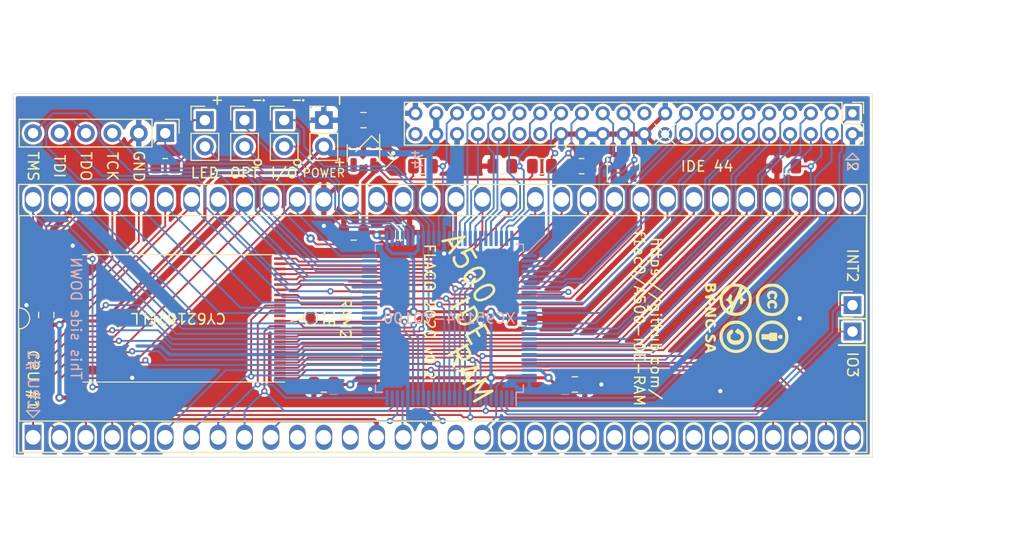
<source format=kicad_pcb>
(kicad_pcb (version 20211014) (generator pcbnew)
  (title_block (title "A500 IDE RAM") (date "2020-05-07") (rev "0.2") (company "FLACO 2020 CC-BY-NC-SA") (comment 1 "Original schematic v425 by http://www.mkl211015.altervista.org/ide/ide68k.html") (comment 2 "Additional RAM inspired by https://blog.sector101.co.uk/2019/07/20/amiga-500-2mb-handwired-fastram-expansion/"))
  (layers (0 "F.Cu" signal) (31 "B.Cu" signal) (34 "B.Paste" user) (35 "F.Paste" user) (36 "B.SilkS" user "B.Silkscreen") (37 "F.SilkS" user "F.Silkscreen") (38 "B.Mask" user) (39 "F.Mask" user) (44 "Edge.Cuts" user))
  (net 0 "")
  (net 1 "GND")
  (net 2 "+5V")
  (net 3 "/_DIOW")
  (net 4 "/_DIOR")
  (net 5 "/LED")
  (net 6 "Net-(J2-Pad1)")
  (net 7 "/LED-")
  (net 8 "/LED+")
  (net 9 "/_OVR")
  (net 10 "/_INT2")
  (net 11 "/NINT2")
  (net 12 "/TMS")
  (net 13 "/TDI")
  (net 14 "/TDO")
  (net 15 "/TCK")
  (net 16 "+3.3V")
  (net 17 "/_ACTIVE")
  (net 18 "/_CS1")
  (net 19 "/_CS0")
  (net 20 "/DA2")
  (net 21 "/DA0")
  (net 23 "/DA1")
  (net 25 "/INTRQ")
  (net 26 "/_DMACK")
  (net 27 "/IORDY")
  (net 30 "/DD15")
  (net 31 "/DD0")
  (net 32 "/DD14")
  (net 33 "/DD1")
  (net 34 "/DD13")
  (net 35 "/DD2")
  (net 36 "/DD12")
  (net 37 "/DD3")
  (net 38 "/DD11")
  (net 39 "/DD4")
  (net 40 "/DD10")
  (net 41 "/DD5")
  (net 42 "/DD9")
  (net 43 "/DD6")
  (net 44 "/DD8")
  (net 45 "/DD7")
  (net 46 "/_DRESET")
  (net 47 "/D5")
  (net 48 "/A4")
  (net 49 "/D6")
  (net 50 "/A3")
  (net 51 "/D7")
  (net 52 "/A2")
  (net 53 "/D8")
  (net 54 "/A1")
  (net 55 "/D9")
  (net 57 "/D10")
  (net 58 "Net-(TP2-Pad1)")
  (net 59 "/D11")
  (net 61 "/D12")
  (net 63 "/D13")
  (net 65 "/D14")
  (net 67 "/D15")
  (net 70 "/A23")
  (net 72 "/A22")
  (net 74 "/A21")
  (net 75 "/_RST")
  (net 77 "/A20")
  (net 78 "/A19")
  (net 79 "/CLK7")
  (net 80 "/A18")
  (net 81 "/A17")
  (net 83 "/A16")
  (net 85 "/A15")
  (net 87 "/A14")
  (net 88 "/_DTACK")
  (net 89 "/A13")
  (net 90 "/RW")
  (net 91 "/A12")
  (net 92 "/_LDS")
  (net 93 "/A11")
  (net 94 "/_UDS")
  (net 95 "/A10")
  (net 96 "/_AS")
  (net 97 "/A9")
  (net 98 "/D0")
  (net 99 "/A8")
  (net 100 "/D1")
  (net 101 "/A7")
  (net 102 "/D2")
  (net 103 "/A6")
  (net 104 "/D3")
  (net 105 "/A5")
  (net 106 "/D4")
  (net 109 "/RAM1CE")
  (net 110 "/RAM2CE")
  (footprint "Capacitor_SMD:C_0805_2012Metric" (layer "F.Cu") (at 158.115 103.525)
    (fp_text reference "C1" hide)
    (fp_text value "100n")
  )
  (footprint "Capacitor_SMD:C_0805_2012Metric" (layer "F.Cu") (at 133.985 103.525 180)
    (fp_text reference "C3" hide)
    (fp_text value "100n")
  )
  (footprint "Capacitor_SMD:C_0805_2012Metric" (layer "F.Cu") (at 153.035 97.175)
    (fp_text reference "C5" hide)
    (fp_text value "100n")
  )
  (footprint "Capacitor_SMD:C_0805_2012Metric" (layer "F.Cu") (at 136.8575 88.92 180)
    (fp_text reference "C6" hide)
    (fp_text value "10u")
  )
  (footprint "Capacitor_SMD:C_0805_2012Metric" (layer "F.Cu") (at 107.315 96.8525 90)
    (fp_text reference "C7" hide)
    (fp_text value "100n")
  )
  (footprint "Package_TO_SOT_SMD:SOT-23" (layer "F.Cu") (at 162.785 82.3795 90)
    (fp_text reference "D1" hide)
    (fp_text value "BAT54A")
  )
  (footprint "Connector_PinHeader_2.54mm:PinHeader_1x02_P2.54mm_Vertical" (layer "F.Cu") (at 133.985 78.125)
    (fp_text reference "J1" hide)
    (fp_text value "power")
  )
  (footprint "Connector_PinHeader_2.54mm:PinHeader_1x02_P2.54mm_Vertical" (layer "F.Cu") (at 130.175 78.125)
    (fp_text reference "J4" hide)
    (fp_text value "INT2OVR")
  )
  (footprint "Resistor_SMD:R_0805_2012Metric" (layer "F.Cu") (at 158.75 82.55 180)
    (fp_text reference "R1" hide)
    (fp_text value "10k")
  )
  (footprint "Resistor_SMD:R_0805_2012Metric" (layer "F.Cu") (at 154.94 82.55)
    (fp_text reference "R2" hide)
    (fp_text value "10k")
  )
  (footprint "Resistor_SMD:R_0805_2012Metric" (layer "F.Cu") (at 143.51 82.55)
    (fp_text reference "R3" hide)
    (fp_text value "10k")
  )
  (footprint "Resistor_SMD:R_0805_2012Metric" (layer "F.Cu") (at 178.435 82.55 180)
    (fp_text reference "R4" hide)
    (fp_text value "4k7")
  )
  (footprint "Resistor_SMD:R_0805_2012Metric" (layer "F.Cu") (at 151.13 82.55 180)
    (fp_text reference "R5" hide)
    (fp_text value "4k7")
  )
  (footprint "Connector_PinHeader_2.54mm:PinHeader_1x02_P2.54mm_Vertical" (layer "F.Cu") (at 122.555 78.125)
    (fp_text reference "J2" hide)
    (fp_text value "LED")
  )
  (footprint "Connector_PinHeader_2.00mm:PinHeader_2x22_P2.00mm_Vertical" (layer "F.Cu") (at 184.785 77.47 -90)
    (fp_text reference "J7" hide)
    (fp_text value "IDE")
  )
  (footprint "Connector_PinHeader_2.54mm:PinHeader_1x01_P2.54mm_Vertical" (layer "F.Cu") (at 184.785 95.905)
    (fp_text reference "J5" hide)
    (fp_text value "INT2")
  )
  (footprint "Connector_PinHeader_2.54mm:PinHeader_1x06_P2.54mm_Vertical" (layer "F.Cu") (at 118.745 79.375 -90)
    (fp_text reference "J6" hide)
    (fp_text value "JTAG")
  )
  (footprint "TestPoint:TestPoint_Pad_D1.0mm" (layer "F.Cu") (at 132.715 97.1115)
    (fp_text reference "TP1" hide)
    (fp_text value "RAM2 CE")
  )
  (footprint "Sassa:DIP-64_W22.86mm_BigPads1.4" (layer "F.Cu") (at 106.045 108.605 90)
    (fp_text reference "U1" hide)
    (fp_text value "68000D socket")
  )
  (footprint "Capacitor_SMD:C_0805_2012Metric" (layer "F.Cu") (at 137.795 78.125 180)
    (fp_text reference "C2" hide)
    (fp_text value "10u")
  )
  (footprint "Package_TO_SOT_SMD:SOT-23-5" (layer "F.Cu") (at 137.795 81.3 -90)
    (fp_text reference "U3" hide)
    (fp_text value "SPX3819M5-L-3-3")
  )
  (footprint "Connector_PinHeader_2.54mm:PinHeader_1x02_P2.54mm_Vertical" (layer "F.Cu") (at 126.365 78.125)
    (fp_text reference "J3" hide)
    (fp_text value "LED2")
  )
  (footprint "Package_SO:TSOP-I-48_18.4x12mm_P0.5mm" (layer "F.Cu") (at 120.015 97.175 180)
    (fp_text reference "U4" hide)
    (fp_text value "CY62177ESL-55ZXI")
  )
  (footprint "Capacitor_SMD:C_0805_2012Metric" (layer "F.Cu") (at 141.2725 88.92)
    (fp_text reference "C4" hide)
    (fp_text value "100n")
  )
  (footprint "Connector_PinHeader_2.54mm:PinHeader_1x01_P2.54mm_Vertical" (layer "F.Cu") (at 184.785 98.445)
    (fp_text reference "TP2" hide)
    (fp_text value "IO3")
  )
  (footprint "Resistor_SMD:R_0805_2012Metric" (layer "F.Cu") (at 118.745 82.55)
    (fp_text reference "RLED1" hide)
    (fp_text value "330")
  )
  (footprint "Sassa:SOT-23" (layer "F.Cu") (at 139.1539 81.2873 45)
    (fp_text reference "U13" hide)
    (fp_text value "XC6206PxxxMR")
  )
  (footprint "Sassa:CC_BY_NC_SA_square_silkscreen" (layer "F.Cu") (at 174.625 97.175 -90)
    (fp_text reference "FID1" hide)
    (fp_text value "Fiducial" hide)
  )
  (footprint "Package_QFP:TQFP-100_14x14mm_P0.5mm" (layer "B.Cu") (at 146.05 97.155 90)
    (fp_text reference "U2" hide)
    (fp_text value "XC95144XL-TQ100")
  )
  (gr_line (start 106.68 106.065) (end 105.41 106.065) (layer "B.SilkS") (width 0.12))
  (gr_line (start 185.42 81.935) (end 184.15 81.935) (layer "B.SilkS") (width 0.12))
  (gr_line (start 106.045 106.7) (end 106.68 106.065) (layer "B.SilkS") (width 0.12))
  (gr_line (start 184.15 81.935) (end 184.785 81.3) (layer "B.SilkS") (width 0.12))
  (gr_line (start 105.41 106.065) (end 106.045 106.7) (layer "B.SilkS") (width 0.12))
  (gr_line (start 184.785 81.3) (end 185.42 81.935) (layer "B.SilkS") (width 0.12))
  (gr_line (start 106.68 106.065) (end 105.41 106.065) (layer "F.SilkS") (width 0.12))
  (gr_line (start 132.0165 97.2385) (end 130.81 97.429) (layer "F.SilkS") (width 0.12))
  (gr_line (start 185.42 81.935) (end 184.15 81.935) (layer "F.SilkS") (width 0.12))
  (gr_line (start 165.785 78.49) (end 167.785 80.49) (layer "F.SilkS") (width 0.12))
  (gr_line (start 106.045 106.7) (end 106.68 106.065) (layer "F.SilkS") (width 0.12))
  (gr_line (start 105.41 106.065) (end 106.045 106.7) (layer "F.SilkS") (width 0.12))
  (gr_line (start 184.785 81.3) (end 185.42 81.935) (layer "F.SilkS") (width 0.12))
  (gr_line (start 167.785 78.49) (end 165.785 80.49) (layer "F.SilkS") (width 0.12))
  (gr_line (start 184.15 81.935) (end 184.785 81.3) (layer "F.SilkS") (width 0.12))
  (gr_line (start 186.69 75.585) (end 186.69 110.51) (layer "Edge.Cuts") (width 0.05))
  (gr_line (start 186.69 75.585) (end 104.14 75.585) (layer "Edge.Cuts") (width 0.05))
  (gr_line (start 104.14 110.51) (end 186.69 110.51) (layer "Edge.Cuts") (width 0.05))
  (gr_line (start 104.14 75.585) (end 104.14 110.51) (layer "Edge.Cuts") (width 0.05))
  (gr_text "CPU #1" (at 106.045 106.065 270) (layer "B.SilkS") (effects (font (size 1 1)) (justify left mirror)))
  (gr_text "This side DOWN" (at 110.1725 97.175 270) (layer "B.SilkS") (effects (font (size 1 1)) (justify mirror)))
  (gr_text "44" (at 142.875 81.935 270) (layer "B.SilkS") (effects (font (size 1 1)) (justify mirror)))
  (gr_text "XC95144-VQ100" (at 146.05 97.175) (layer "B.SilkS") (effects (font (size 1 1)) (justify mirror)))
  (gr_text "2" (at 184.785 82.57 270) (layer "B.SilkS") (effects (font (size 1 1)) (justify mirror)))
  (gr_text "RAM" (at 147.955 102.509 300) (layer "F.SilkS") (effects (font (size 2 2) (thickness 0.25))))
  (gr_text "A500" (at 147.955 92.349 300) (layer "F.SilkS") (effects (font (size 2 2) (thickness 0.25))))
  (gr_text "-" (at 135.5725 76.22 270) (layer "F.SilkS") (effects (font (size 1 1))))
  (gr_text "o" (at 131.572 82.189 270) (layer "F.SilkS") (effects (font (size 1 1))))
  (gr_text "i" (at 131.5085 76.22 270) (layer "F.SilkS") (effects (font (size 1 1))))
  (gr_text "CPU #1" (at 106.045 106.065 270) (layer "F.SilkS") (effects (font (size 1 1)) (justify right)))
  (gr_text "GND" (at 116.205 82.57 270) (layer "F.SilkS") (effects (font (size 1 1))))
  (gr_text "+" (at 135.5725 82.189 270) (layer "F.SilkS") (effects (font (size 1 1))))
  (gr_text "i" (at 127.6985 76.22 270) (layer "F.SilkS") (effects (font (size 1 1))))
  (gr_text "o" (at 127.762 82.189 270) (layer "F.SilkS") (effects (font (size 1 1))))
  (gr_text "TCK" (at 113.665 82.57 270) (layer "F.SilkS") (effects (font (size 1 1))))
  (gr_text "INT2" (at 184.785 92.095 270) (layer "F.SilkS") (effects (font (size 1 1))))
  (gr_text "I/O" (at 130.175 83.205) (layer "F.SilkS") (effects (font (size 1 1))))
  (gr_text "2" (at 184.785 82.57 270) (layer "F.SilkS") (effects (font (size 1 1))))
  (gr_text "+" (at 123.825 76.22 270) (layer "F.SilkS") (effects (font (size 1 1))))
  (gr_text "RAM2\nCE" (at 135.255 97.175 270) (layer "F.SilkS") (effects (font (size 1 1))))
  (gr_text "OPT" (at 126.365 83.205) (layer "F.SilkS") (effects (font (size 1 1))))
  (gr_text "https://github.com/\nf1ac0/A500-IDE-RAM" (at 165.1 97.175 270) (layer "F.SilkS") (effects (font (size 1 1))))
  (gr_text "TDO" (at 111.125 82.57 270) (layer "F.SilkS") (effects (font (size 1 1))))
  (gr_text "IDE" (at 147.955 97.429 300) (layer "F.SilkS") (effects (font (size 2 2) (thickness 0.25))))
  (gr_text "TDI" (at 108.585 82.57 270) (layer "F.SilkS") (effects (font (size 1 1))))
  (gr_text "POWER" (at 133.985 83.205) (layer "F.SilkS") (effects (font (size 0.8 0.8) (thickness 0.12))))
  (gr_text "IO3" (at 184.785 101.62 270) (layer "F.SilkS") (effects (font (size 1 1))))
  (gr_text "TMS" (at 106.045 82.57 270) (layer "F.SilkS") (effects (font (size 1 1))))
  (gr_text "LED" (at 122.555 83.205) (layer "F.SilkS") (effects (font (size 1 1))))
  (gr_text "IDE 44" (at 170.815 82.57) (layer "F.SilkS") (effects (font (size 1 1))))
  (gr_text "CY62167ELL" (at 120.015 97.175 180) (layer "F.SilkS") (effects (font (size 1 1))))
  (gr_text "FLACO 2020 v0.2" (at 144.145 96.54 270) (layer "F.SilkS") (effects (font (size 1 1))))
  (segment (start 108.585 90.825) (end 108.585 90.825) (width 0.18) (layer "F.Cu") (net 1))
  (segment (start 159.0525 103.525) (end 160.655 103.525) (width 0.3) (layer "F.Cu") (net 1))
  (segment (start 146.685 81.28) (end 142.22 81.28) (width 0.4) (layer "F.Cu") (net 1))
  (segment (start 154.975 81.28) (end 156.785 79.47) (width 0.4) (layer "F.Cu") (net 1))
  (segment (start 152.842252 98.305248) (end 149.656748 98.305248) (width 0.3) (layer "F.Cu") (net 1))
  (segment (start 131.8975 103.525) (end 131.445 103.9775) (width 0.3) (layer "F.Cu") (net 1))
  (segment (start 149.86 81.28) (end 146.685 81.28) (width 0.4) (layer "F.Cu") (net 1))
  (segment (start 133.0475 103.525) (end 131.8975 103.525) (width 0.3) (layer "F.Cu") (net 1))
  (segment (start 141.625 77.47) (end 142.785 77.47) (width 0.4) (layer "F.Cu") (net 1))
  (segment (start 110.265 91.925) (end 109.22 91.925) (width 0.18) (layer "F.Cu") (net 1))
  (segment (start 112.395 83.185) (end 112.395 87.65) (width 0.3) (layer "F.Cu") (net 1))
  (segment (start 133.985 85.745) (end 133.985 88.285) (width 0.4) (layer "F.Cu") (net 1))
  (segment (start 149.656748 98.305248) (end 149.434499 98.082999) (width 0.3) (layer "F.Cu") (net 1))
  (segment (start 140.97 78.125) (end 141.625 77.47) (width 0.4) (layer "F.Cu") (net 1))
  (segment (start 131.00207 88.285) (end 117.36207 101.925) (width 0.4) (layer "F.Cu") (net 1))
  (segment (start 108.585 92.29) (end 108.585 91.46) (width 0.18) (layer "F.Cu") (net 1))
  (segment (start 112.395 87.65) (end 110.254999 89.790001) (width 0.3) (layer "F.Cu") (net 1))
  (segment (start 110.265 92.425) (end 109.22 92.425) (width 0.3) (layer "F.Cu") (net 1))
  (segment (start 133.985 78.125) (end 135.5725 78.125001) (width 0.4) (layer "F.Cu") (net 1))
  (segment (start 108.585 91.46) (end 108.585 90.825) (width 0.3) (layer "F.Cu") (net 1))
  (segment (start 150.1925 82.55) (end 150.1925 81.6125) (width 0.18) (layer "F.Cu") (net 1))
  (segment (start 108.585 90.825) (end 109.22 90.19) (width 0.3) (layer "F.Cu") (net 1))
  (segment (start 146.785 81.18) (end 146.685 81.28) (width 0.4) (layer "F.Cu") (net 1))
  (segment (start 109.22 91.925) (end 108.585 91.29) (width 0.18) (layer "F.Cu") (net 1))
  (segment (start 166.595 81.28) (end 164.785 79.47) (width 0.4) (layer "F.Cu") (net 1))
  (segment (start 177.165 81.3) (end 166.595 81.28) (width 0.4) (layer "F.Cu") (net 1))
  (segment (start 136.8575 78.125) (end 133.985 78.125) (width 0.4) (layer "F.Cu") (net 1))
  (segment (start 135.5725 84.1575) (end 133.985 85.745) (width 0.4) (layer "F.Cu") (net 1))
  (segment (start 142.22 81.28) (end 140.97 80.03) (width 0.4) (layer "F.Cu") (net 1))
  (segment (start 184.15 81.28) (end 183.515 81.28) (width 0.4) (layer "F.Cu") (net 1))
  (segment (start 135.92 88.92) (end 134.62 88.92) (width 0.3) (layer "F.Cu") (net 1))
  (segment (start 166.785 77.47) (end 164.785 79.47) (width 0.4) (layer "F.Cu") (net 1))
  (segment (start 133.985 88.285) (end 131.00207 88.285) (width 0.4) (layer "F.Cu") (net 1))
  (segment (start 135.722155 81.322655) (end 135.5725 81.173) (width 0.4) (layer "F.Cu") (net 1))
  (segment (start 110.254999 89.790001) (end 109.855 90.19) (width 0.3) (layer "F.Cu") (net 1))
  (segment (start 134.62 88.92) (end 133.985 88.285) (width 0.3) (layer "F.Cu") (net 1))
  (segment (start 150.1925 81.6125) (end 149.86 81.28) (width 0.18) (layer "F.Cu") (net 1))
  (segment (start 137.795 80.2) (end 137.795 81.302697) (width 0.4) (layer "F.Cu") (net 1))
  (segment (start 116.205 79.375) (end 112.395 83.185) (width 0.3) (layer "F.Cu") (net 1))
  (segment (start 177.4975 82.55) (end 177.4975 81.6325) (width 0.18) (layer "F.Cu") (net 1))
  (segment (start 109.22 92.425) (end 108.585 91.79) (width 0.3) (layer "F.Cu") (net 1))
  (segment (start 117.36207 101.925) (end 111.180002 101.925) (width 0.4) (layer "F.Cu") (net 1))
  (segment (start 108.585 91.79) (end 108.585 91.46) (width 0.3) (layer "F.Cu") (net 1))
  (segment (start 140.97 80.03) (end 140.97 78.125) (width 0.4) (layer "F.Cu") (net 1))
  (segment (start 111.140002 101.925) (end 111.095 101.925) (width 0.3) (layer "F.Cu") (net 1))
  (segment (start 153.9725 97.175) (end 152.842252 98.305248) (width 0.3) (layer "F.Cu") (net 1))
  (segment (start 135.5725 81.6175) (end 135.5725 84.1575) (width 0.4) (layer "F.Cu") (net 1))
  (segment (start 183.515 81.28) (end 177.165 81.3) (width 0.4) (layer "F.Cu") (net 1))
  (segment (start 109.22 92.925) (end 108.585 92.29) (width 0.18) (layer "F.Cu") (net 1))
  (segment (start 184.785 80.645) (end 184.15 81.28) (width 0.4) (layer "F.Cu") (net 1))
  (segment (start 109.22 90.19) (end 109.855 90.19) (width 0.3) (layer "F.Cu") (net 1))
  (segment (start 146.785 79.47) (end 146.785 81.18) (width 0.4) (layer "F.Cu") (net 1))
  (segment (start 149.86 81.28) (end 154.975 81.28) (width 0.4) (layer "F.Cu") (net 1))
  (segment (start 111.095 101.925) (end 110.265 101.925) (width 0.3) (layer "F.Cu") (net 1))
  (segment (start 108.585 91.29) (end 108.585 90.825) (width 0.18) (layer "F.Cu") (net 1))
  (segment (start 149.434499 98.082999) (end 149.0345 97.683) (width 0.3) (layer "F.Cu") (net 1))
  (segment (start 137.775042 81.322655) (end 139.214655 81.322655) (width 0.4) (layer "F.Cu") (net 1))
  (segment (start 177.4975 81.6325) (end 177.165 81.3) (width 0.18) (layer "F.Cu") (net 1))
  (segment (start 162.785 81.3795) (end 162.785 79.47) (width 0.4) (layer "F.Cu") (net 1))
  (segment (start 135.5725 81.173) (end 135.5725 81.6175) (width 0.4) (layer "F.Cu") (net 1))
  (segment (start 164.785 79.47) (end 156.785 79.47) (width 0.4) (layer "F.Cu") (net 1))
  (segment (start 137.795 81.302697) (end 137.775042 81.322655) (width 0.4) (layer "F.Cu") (net 1))
  (segment (start 137.775042 81.322655) (end 135.722155 81.322655) (width 0.4) (layer "F.Cu") (net 1))
  (segment (start 111.160002 101.905) (end 111.140002 101.925) (width 0.3) (layer "F.Cu") (net 1))
  (segment (start 135.5725 78.125001) (end 135.5725 81.173) (width 0.4) (layer "F.Cu") (net 1))
  (segment (start 184.785 79.47) (end 184.785 80.645) (width 0.4) (layer "F.Cu") (net 1))
  (segment (start 110.265 92.925) (end 109.22 92.925) (width 0.18) (layer "F.Cu") (net 1))
  (via (at 145.542 90.952) (size 0.8) (drill 0.4) (layers "F.Cu" "B.Cu") (net 1))
  (via (at 149.0345 97.683) (size 0.8) (drill 0.4) (layers "F.Cu" "B.Cu") (net 1))
  (via (at 179.705 97.175) (size 0.8) (drill 0.4) (layers "F.Cu" "B.Cu") (net 1))
  (via (at 105.41 95.905) (size 0.8) (drill 0.4) (layers "F.Cu" "B.Cu") (net 1))
  (via (at 109.855 90.19) (size 0.8) (drill 0.4) (layers "F.Cu" "B.Cu") (net 1))
  (via (at 138.43 103.9775) (size 0.8) (drill 0.4) (layers "F.Cu" "B.Cu") (net 1))
  (via (at 115.57 102.89) (size 0.8) (drill 0.4) (layers "F.Cu" "B.Cu") (net 1))
  (via (at 133.985 88.285) (size 0.8) (drill 0.4) (layers "F.Cu" "B.Cu") (net 1))
  (via (at 172.085 104.16) (size 0.8) (drill 0.4) (layers "F.Cu" "B.Cu") (net 1))
  (via (at 160.655 103.525) (size 0.8) (drill 0.4) (layers "F.Cu" "B.Cu") (net 1))
  (segment (start 138.667501 104.215001) (end 139.009999 104.215001) (width 0.18) (layer "B.Cu") (net 1))
  (segment (start 139.009999 104.215001) (end 140.97 102.255) (width 0.18) (layer "B.Cu") (net 1))
  (segment (start 142.765 77.49) (end 142.785 77.47) (width 0.4) (layer "B.Cu") (net 1))
  (segment (start 145.55 90.944) (end 145.542 90.952) (width 0.3) (layer "B.Cu") (net 1))
  (segment (start 152.05 90.331058) (end 152.05 90.23) (width 0.3) (layer "B.Cu") (net 1))
  (segment (start 153.7125 103.67875) (end 154.19375 104.16) (width 0.3) (layer "B.Cu") (net 1))
  (segment (start 152.05 90.23) (end 152.05 89.4925) (width 0.3) (layer "B.Cu") (net 1))
  (segment (start 137.815 78.105) (end 138.43 77.49) (width 0.4) (layer "B.Cu") (net 1))
  (segment (start 160.02 104.16) (end 160.655 103.525) (width 0.3) (layer "B.Cu") (net 1))
  (segment (start 143.045 106.7) (end 144.145 107.8) (width 0.3) (layer "B.Cu") (net 1))
  (segment (start 142.05 104.8175) (end 142.05 103.715) (width 0.3) (layer "B.Cu") (net 1))
  (segment (start 138.43 77.49) (end 142.765 77.49) (width 0.4) (layer "B.Cu") (net 1))
  (segment (start 149.05 91.285) (end 149.05 91.9) (width 0.3) (layer "B.Cu") (net 1))
  (segment (start 139.545 94.155) (end 140.97 92.73) (width 0.3) (layer "B.Cu") (net 1))
  (segment (start 133.985 88.285) (end 136.017 90.317) (width 0.3) (layer "B.Cu") (net 1))
  (segment (start 152.305 95.155) (end 149.225 92.075) (width 0.3) (layer "B.Cu") (net 1))
  (segment (start 140.570001 91.822003) (end 140.97 92.222002) (width 0.3) (layer "B.Cu") (net 1))
  (segment (start 136.017 90.317) (end 139.064998 90.317) (width 0.3) (layer "B.Cu") (net 1))
  (segment (start 142.05 102.696007) (end 140.008993 100.655) (width 0.3) (layer "B.Cu") (net 1))
  (segment (start 142.05 103.715) (end 142.05 102.696007) (width 0.3) (layer "B.Cu") (net 1))
  (segment (start 150.921058 91.46) (end 152.05 90.331058) (width 0.3) (layer "B.Cu") (net 1))
  (segment (start 142.05 106.28) (end 142.47 106.7) (width 0.3) (layer "B.Cu") (net 1))
  (segment (start 149.225 91.46) (end 150.921058 91.46) (width 0.3) (layer "B.Cu") (net 1))
  (segment (start 140.97 101.62) (end 140.97 92.222002) (width 0.3) (layer "B.Cu") (net 1))
  (segment (start 149.05 89.4925) (end 149.05 91.285) (width 0.3) (layer "B.Cu") (net 1))
  (segment (start 149.05 91.46) (end 146.05 91.46) (width 0.3) (layer "B.Cu") (net 1))
  (segment (start 138.3875 94.155) (end 139.545 94.155) (width 0.3) (layer "B.Cu") (net 1))
  (segment (start 140.97 102.255) (end 140.97 101.62) (width 0.18) (layer "B.Cu") (net 1))
  (segment (start 145.55 89.4925) (end 145.55 90.944) (width 0.3) (layer "B.Cu") (net 1))
  (segment (start 153.7125 95.155) (end 152.305 95.155) (width 0.3) (layer "B.Cu") (net 1))
  (segment (start 134.005 78.105) (end 137.815 78.105) (width 0.4) (layer "B.Cu") (net 1))
  (segment (start 142.47 106.7) (end 143.045 106.7) (width 0.3) (layer "B.Cu") (net 1))
  (segment (start 149.0345 97.117315) (end 149.0345 97.683) (width 0.3) (layer "B.Cu") (net 1))
  (segment (start 139.064998 90.317) (end 140.570001 91.822003) (width 0.3) (layer "B.Cu") (net 1))
  (segment (start 139.125 100.655) (end 138.3875 100.655) (width 0.3) (layer "B.Cu") (net 1))
  (segment (start 154.19375 104.16) (end 160.02 104.16) (width 0.3) (layer "B.Cu") (net 1))
  (segment (start 153.7125 103.155) (end 153.7125 103.67875) (width 0.3) (layer "B.Cu") (net 1))
  (segment (start 149.05 91.9) (end 149.225 92.075) (width 0.3) (layer "B.Cu") (net 1))
  (segment (start 144.145 107.8) (end 144.145 108.605) (width 0.3) (layer "B.Cu") (net 1))
  (segment (start 138.43 103.9775) (end 138.667501 104.215001) (width 0.18) (layer "B.Cu") (net 1))
  (segment (start 133.985 78.125) (end 134.005 78.105) (width 0.4) (layer "B.Cu") (net 1))
  (segment (start 146.05 91.46) (end 145.542 90.952) (width 0.3) (layer "B.Cu") (net 1))
  (segment (start 142.05 104.8175) (end 142.05 106.28) (width 0.3) (layer "B.Cu") (net 1))
  (segment (start 148.59 91.46) (end 149.0345 91.9045) (width 0.3) (layer "B.Cu") (net 1))
  (segment (start 140.008993 100.655) (end 139.125 100.655) (width 0.3) (layer "B.Cu") (net 1))
  (segment (start 149.0345 91.9045) (end 149.0345 97.117315) (width 0.3) (layer "B.Cu") (net 1))
  (segment (start 112.78 97.425) (end 122.555 87.65) (width 0.3) (layer "F.Cu") (net 2))
  (segment (start 139.861007 80.580193) (end 139.932693 80.580193) (width 0.6) (layer "F.Cu") (net 2))
  (segment (start 138.7325 78.125) (end 138.7325 80.1875) (width 0.6) (layer "F.Cu") (net 2))
  (segment (start 108.585 104.229315) (end 108.585 104.795) (width 0.18) (layer "F.Cu") (net 2))
  (segment (start 108.565 97.79) (end 108.585 97.81) (width 0.4) (layer "F.Cu") (net 2))
  (segment (start 109.150685 104.795) (end 108.585 104.795) (width 0.4) (layer "F.Cu") (net 2))
  (segment (start 122.555 87.65) (end 122.555 84.446747) (width 0.3) (layer "F.Cu") (net 2))
  (segment (start 116.471415 106.954) (end 114.312415 104.795) (width 0.4) (layer "F.Cu") (net 2))
  (segment (start 107.315 97.79) (end 108.565 97.79) (width 0.4) (layer "F.Cu") (net 2))
  (segment (start 136.845 80.2) (end 136.845 79.698528) (width 0.3) (layer "F.Cu") (net 2))
  (segment (start 110.265 97.425) (end 108.97 97.425) (width 0.3) (layer "F.Cu") (net 2))
  (segment (start 114.312415 104.795) (end 109.150685 104.795) (width 0.4) (layer "F.Cu") (net 2))
  (segment (start 110.265 102.425) (end 109.22 102.425) (width 0.18) (layer "F.Cu") (net 2))
  (segment (start 110.265 97.425) (end 112.78 97.425) (width 0.3) (layer "F.Cu") (net 2))
  (segment (start 108.97 97.425) (end 108.585 97.81) (width 0.3) (layer "F.Cu") (net 2))
  (segment (start 138.745 78.1375) (end 138.745 80.2) (width 0.6) (layer "F.Cu") (net 2))
  (segment (start 123.816747 83.185) (end 131.465 83.185) (width 0.3) (layer "F.Cu") (net 2))
  (segment (start 136.845 79.698528) (end 137.402528 79.141) (width 0.3) (layer "F.Cu") (net 2))
  (segment (start 139.065 108.605) (end 139.065 107.225) (width 0.4) (layer "F.Cu") (net 2))
  (segment (start 131.465 83.185) (end 133.985 80.665) (width 0.3) (layer "F.Cu") (net 2))
  (segment (start 138.794 106.954) (end 116.471415 106.954) (width 0.4) (layer "F.Cu") (net 2))
  (segment (start 138.6205 79.141) (end 138.745 79.2655) (width 0.3) (layer "F.Cu") (net 2))
  (segment (start 122.555 84.446747) (end 123.816747 83.185) (width 0.3) (layer "F.Cu") (net 2))
  (segment (start 139.932693 80.580193) (end 140.6525 81.3) (width 0.6) (layer "F.Cu") (net 2))
  (segment (start 137.402528 79.141) (end 138.6205 79.141) (width 0.3) (layer "F.Cu") (net 2))
  (segment (start 138.7325 78.125) (end 138.745 78.1375) (width 0.6) (layer "F.Cu") (net 2))
  (segment (start 139.065 107.225) (end 138.794 106.954) (width 0.4) (layer "F.Cu") (net 2))
  (segment (start 108.585 103.06) (end 108.585 104.229315) (width 0.18) (layer "F.Cu") (net 2))
  (segment (start 109.22 102.425) (end 108.585 103.06) (width 0.18) (layer "F.Cu") (net 2))
  (segment (start 138.7325 80.1875) (end 138.745 80.2) (width 0.6) (layer "F.Cu") (net 2))
  (segment (start 139.480814 80.2) (end 139.861007 80.580193) (width 0.6) (layer "F.Cu") (net 2))
  (segment (start 138.745 80.2) (end 139.480814 80.2) (width 0.6) (layer "F.Cu") (net 2))
  (via (at 108.585 104.795) (size 0.8) (drill 0.4) (layers "F.Cu" "B.Cu") (net 2))
  (via (at 108.585 97.81) (size 0.8) (drill 0.4) (layers "F.Cu" "B.Cu") (net 2))
  (via (at 140.6525 81.3) (size 0.8) (drill 0.4) (layers "F.Cu" "B.Cu") (net 2))
  (segment (start 144.78 80.665) (end 144.78 79.475) (width 0.6) (layer "B.Cu") (net 2))
  (segment (start 133.985 80.665) (end 134.62 81.3) (width 0.6) (layer "B.Cu") (net 2))
  (segment (start 108.585 104.229315) (end 108.585 97.81) (width 0.4) (layer "B.Cu") (net 2))
  (segment (start 134.62 81.3) (end 140.6525 81.3) (width 0.6) (layer "B.Cu") (net 2))
  (segment (start 144.78 79.475) (end 144.785 79.47) (width 0.6) (layer "B.Cu") (net 2))
  (segment (start 144.785 79.47) (end 144.785 77.47) (width 0.6) (layer "B.Cu") (net 2))
  (segment (start 144.145 85.745) (end 144.145 81.915) (width 0.6) (layer "B.Cu") (net 2))
  (segment (start 108.585 104.795) (end 108.585 104.229315) (width 0.4) (layer "B.Cu") (net 2))
  (segment (start 144.145 81.3) (end 144.145 81.915) (width 0.6) (layer "B.Cu") (net 2))
  (segment (start 144.145 81.3) (end 144.78 80.665) (width 0.6) (layer "B.Cu") (net 2))
  (segment (start 144.145 81.3) (end 140.6525 81.3) (width 0.6) (layer "B.Cu") (net 2))
  (segment (start 163.735 82.03) (end 163.83 81.935) (width 0.18) (layer "F.Cu") (net 3))
  (segment (start 163.735 83.3795) (end 163.735 82.03) (width 0.18) (layer "F.Cu") (net 3))
  (via (at 163.83 81.935) (size 0.6) (drill 0.3) (layers "F.Cu" "B.Cu") (net 3))
  (segment (start 153.7125 92.155) (end 155.515 92.155) (width 0.18) (layer "B.Cu") (net 3))
  (segment (start 163.785 78.47) (end 163.459999 78.144999) (width 0.18) (layer "B.Cu") (net 3))
  (segment (start 160.85499 84.260899) (end 161.930889 83.185) (width 0.18) (layer "B.Cu") (net 3))
  (segment (start 163.785 81.89) (end 163.785 78.47) (width 0.18) (layer "B.Cu") (net 3))
  (segment (start 161.930889 83.185) (end 162.58 83.185) (width 0.18) (layer "B.Cu") (net 3))
  (segment (start 163.83 81.935) (end 163.785 81.89) (width 0.18) (layer "B.Cu") (net 3))
  (segment (start 160.85499 86.81501) (end 160.85499 84.260899) (width 0.18) (layer "B.Cu") (net 3))
  (segment (start 162.58 83.185) (end 163.83 81.935) (width 0.18) (layer "B.Cu") (net 3))
  (segment (start 163.459999 78.144999) (end 162.785 77.47) (width 0.18) (layer "B.Cu") (net 3))
  (segment (start 155.515 92.155) (end 160.85499 86.81501) (width 0.18) (layer "B.Cu") (net 3))
  (segment (start 161.835 82.48) (end 161.29 81.935) (width 0.18) (layer "F.Cu") (net 4))
  (segment (start 161.835 83.3795) (end 161.835 82.48) (width 0.18) (layer "F.Cu") (net 4))
  (via (at 161.29 81.935) (size 0.6) (drill 0.3) (layers "F.Cu" "B.Cu") (net 4))
  (segment (start 160.990001 82.234999) (end 161.29 81.935) (width 0.18) (layer "B.Cu") (net 4))
  (segment (start 161.785 78.47) (end 161.785 81.44) (width 0.18) (layer "B.Cu") (net 4))
  (segment (start 160.45501 86.588212) (end 160.45501 82.76999) (width 0.18) (layer "B.Cu") (net 4))
  (segment (start 160.45501 82.76999) (end 160.990001 82.234999) (width 0.18) (layer "B.Cu") (net 4))
  (segment (start 161.589999 81.635001) (end 161.29 81.935) (width 0.18) (layer "B.Cu") (net 4))
  (segment (start 153.7125 91.655) (end 155.388222 91.655) (width 0.18) (layer "B.Cu") (net 4))
  (segment (start 155.388222 91.655) (end 160.45501 86.588212) (width 0.18) (layer "B.Cu") (net 4))
  (segment (start 161.785 81.44) (end 161.589999 81.635001) (width 0.18) (layer "B.Cu") (net 4))
  (segment (start 160.785 77.47) (end 161.785 78.47) (width 0.18) (layer "B.Cu") (net 4))
  (segment (start 128.27 83.205) (end 131.191 83.205) (width 0.18) (layer "B.Cu") (net 5))
  (segment (start 123.825 81.935) (end 127 81.935) (width 0.18) (layer "B.Cu") (net 5))
  (segment (start 132.715 87.023253) (end 133.151247 87.4595) (width 0.18) (layer "B.Cu") (net 5))
  (segment (start 127 81.935) (end 128.27 83.205) (width 0.18) (layer "B.Cu") (net 5))
  (segment (start 135.768204 88.412) (end 140.223204 88.412) (width 0.18) (layer "B.Cu") (net 5))
  (segment (start 132.715 84.729) (end 132.715 87.023253) (width 0.18) (layer "B.Cu") (net 5))
  (segment (start 133.151247 87.4595) (end 134.815704 87.4595) (width 0.18) (layer "B.Cu") (net 5))
  (segment (start 122.555 80.665) (end 123.825 81.935) (width 0.18) (layer "B.Cu") (net 5))
  (segment (start 140.223204 88.412) (end 140.55 88.738796) (width 0.18) (layer "B.Cu") (net 5))
  (segment (start 134.815704 87.4595) (end 135.768204 88.412) (width 0.18) (layer "B.Cu") (net 5))
  (segment (start 140.55 88.738796) (end 140.55 89.4925) (width 0.18) (layer "B.Cu") (net 5))
  (segment (start 131.191 83.205) (end 132.715 84.729) (width 0.18) (layer "B.Cu") (net 5))
  (segment (start 119.6825 82.55) (end 120.015 82.55) (width 0.18) (layer "F.Cu") (net 6))
  (segment (start 122.555 78.125) (end 121.525 78.125) (width 0.18) (layer "F.Cu") (net 6))
  (segment (start 120.65 79) (end 120.65 81.5825) (width 0.18) (layer "F.Cu") (net 6))
  (segment (start 121.525 78.125) (end 120.65 79) (width 0.18) (layer "F.Cu") (net 6))
  (segment (start 120.65 81.5825) (end 119.6825 82.55) (width 0.18) (layer "F.Cu") (net 6))
  (segment (start 131.28671 82.57) (end 128.27 82.57) (width 0.18) (layer "B.Cu") (net 7))
  (segment (start 136.409633 88.051989) (end 135.075009 86.717365) (width 0.18) (layer "B.Cu") (net 7))
  (segment (start 141.05 89.4925) (end 141.05 88.729664) (width 0.18) (layer "B.Cu") (net 7))
  (segment (start 127.214999 81.514999) (end 126.365 80.665) (width 0.18) (layer "B.Cu") (net 7))
  (segment (start 140.372325 88.051989) (end 136.409633 88.051989) (width 0.18) (layer "B.Cu") (net 7))
  (segment (start 132.36674 83.65003) (end 131.28671 82.57) (width 0.18) (layer "B.Cu") (net 7))
  (segment (start 141.05 88.729664) (end 140.372325 88.051989) (width 0.18) (layer "B.Cu") (net 7))
  (segment (start 135.075009 84.276757) (end 134.448282 83.65003) (width 0.18) (layer "B.Cu") (net 7))
  (segment (start 128.27 82.57) (end 127.214999 81.514999) (width 0.18) (layer "B.Cu") (net 7))
  (segment (start 134.448282 83.65003) (end 132.36674 83.65003) (width 0.18) (layer "B.Cu") (net 7))
  (segment (start 135.075009 86.717365) (end 135.075009 84.276757) (width 0.18) (layer "B.Cu") (net 7))
  (segment (start 140.521446 87.691978) (end 136.558754 87.691978) (width 0.18) (layer "B.Cu") (net 8))
  (segment (start 129.54 81.935) (end 126.365 78.76) (width 0.18) (layer "B.Cu") (net 8))
  (segment (start 135.43502 84.064701) (end 134.660339 83.29002) (width 0.18) (layer "B.Cu") (net 8))
  (segment (start 126.365 78.76) (end 126.365 78.125) (width 0.18) (layer "B.Cu") (net 8))
  (segment (start 134.660339 83.29002) (end 132.800019 83.290019) (width 0.18) (layer "B.Cu") (net 8))
  (segment (start 135.43502 86.568244) (end 135.43502 84.064701) (width 0.18) (layer "B.Cu") (net 8))
  (segment (start 136.558754 87.691978) (end 135.43502 86.568244) (width 0.18) (layer "B.Cu") (net 8))
  (segment (start 131.445 81.935) (end 129.54 81.935) (width 0.18) (layer "B.Cu") (net 8))
  (segment (start 141.55 88.720532) (end 140.521446 87.691978) (width 0.18) (layer "B.Cu") (net 8))
  (segment (start 132.800019 83.290019) (end 131.445 81.935) (width 0.18) (layer "B.Cu") (net 8))
  (segment (start 141.55 89.4925) (end 141.55 88.720532) (width 0.18) (layer "B.Cu") (net 8))
  (segment (start 142.67501 86.725648) (end 142.67501 84.901788) (width 0.18) (layer "B.Cu") (net 9))
  (segment (start 144.05 90.23) (end 144.05 89.4925) (width 0.18) (layer "B.Cu") (net 9))
  (segment (start 143.55 104.8175) (end 143.55 98.945) (width 0.18) (layer "B.Cu") (net 9))
  (segment (start 140.703232 82.93001) (end 133.455444 82.93001) (width 0.18) (layer "B.Cu") (net 9))
  (segment (start 133.455444 82.93001) (end 131.190434 80.665) (width 0.18) (layer "B.Cu") (net 9))
  (segment (start 142.67501 84.901788) (end 140.703232 82.93001) (width 0.18) (layer "B.Cu") (net 9))
  (segment (start 144.05 89.4925) (end 144.05 88.100638) (width 0.18) (layer "B.Cu") (net 9))
  (segment (start 144.05 98.445) (end 144.05 90.23) (width 0.18) (layer "B.Cu") (net 9))
  (segment (start 131.190434 80.665) (end 130.175 80.665) (width 0.18) (layer "B.Cu") (net 9))
  (segment (start 144.05 88.100638) (end 142.67501 86.725648) (width 0.18) (layer "B.Cu") (net 9))
  (segment (start 143.55 98.945) (end 144.05 98.445) (width 0.18) (layer "B.Cu") (net 9))
  (segment (start 131.205 78.125) (end 132.08 79) (width 0.18) (layer "B.Cu") (net 10))
  (segment (start 144.55 89.4925) (end 144.55 88.091506) (width 0.18) (layer "B.Cu") (net 10))
  (segment (start 143.05499 84.772636) (end 140.852354 82.57) (width 0.18) (layer "B.Cu") (net 10))
  (segment (start 132.08 79) (end 132.08 80.665) (width 0.18) (layer "B.Cu") (net 10))
  (segment (start 143.05499 86.596496) (end 143.05499 84.772636) (width 0.18) (layer "B.Cu") (net 10))
  (segment (start 130.175 78.125) (end 131.205 78.125) (width 0.18) (layer "B.Cu") (net 10))
  (segment (start 140.852354 82.57) (end 133.985 82.57) (width 0.18) (layer "B.Cu") (net 10))
  (segment (start 133.985 82.57) (end 132.08 80.665) (width 0.18) (layer "B.Cu") (net 10))
  (segment (start 144.55 88.091506) (end 143.05499 86.596496) (width 0.18) (layer "B.Cu") (net 10))
  (segment (start 175.28 106.045) (end 182.88 98.445) (width 0.18) (layer "B.Cu") (net 11))
  (segment (start 151.55 105.83) (end 151.765 106.045) (width 0.18) (layer "B.Cu") (net 11))
  (segment (start 151.55 104.8175) (end 151.55 105.83) (width 0.18) (layer "B.Cu") (net 11))
  (segment (start 151.765 106.045) (end 175.28 106.045) (width 0.18) (layer "B.Cu") (net 11))
  (segment (start 183.515 95.905) (end 184.785 95.905) (width 0.18) (layer "B.Cu") (net 11))
  (segment (start 182.88 98.445) (end 182.88 96.54) (width 0.18) (layer "B.Cu") (net 11))
  (segment (start 182.88 96.54) (end 183.515 95.905) (width 0.18) (layer "B.Cu") (net 11))
  (segment (start 127.43501 86.81501) (end 127.43501 84.27501) (width 0.18) (layer "B.Cu") (net 12))
  (segment (start 107.95 77.47) (end 106.894999 78.525001) (width 0.18) (layer "B.Cu") (net 12))
  (segment (start 111.105 77.47) (end 107.95 77.47) (width 0.18) (layer "B.Cu") (net 12))
  (segment (start 127.43501 84.27501) (end 126.279978 83.119978) (width 0.18) (layer "B.Cu") (net 12))
  (segment (start 115.504978 83.119978) (end 112.395 80.01) (width 0.18) (layer "B.Cu") (net 12))
  (segment (start 112.395 78.76) (end 111.105 77.47) (width 0.18) (layer "B.Cu") (net 12))
  (segment (start 133.275 92.655) (end 127.43501 86.81501) (width 0.18) (layer "B.Cu") (net 12))
  (segment (start 126.279978 83.119978) (end 115.504978 83.119978) (width 0.18) (layer "B.Cu") (net 12))
  (segment (start 106.894999 78.525001) (end 106.045 79.375) (width 0.18) (layer "B.Cu") (net 12))
  (segment (start 112.395 80.01) (end 112.395 78.76) (width 0.18) (layer "B.Cu") (net 12))
  (segment (start 138.3875 92.655) (end 133.275 92.655) (width 0.18) (layer "B.Cu") (net 12))
  (segment (start 138.3875 93.655) (end 136.411123 93.655) (width 0.18) (layer "B.Cu") (net 13))
  (segment (start 136.411123 93.655) (end 136.271134 93.515011) (width 0.18) (layer "B.Cu") (net 13))
  (segment (start 136.271134 93.515011) (end 132.221789 93.515011) (width 0.18) (layer "B.Cu") (net 13))
  (segment (start 124.109989 83.479989) (end 112.689989 83.479989) (width 0.18) (layer "B.Cu") (net 13))
  (segment (start 125.095 84.465) (end 124.109989 83.479989) (width 0.18) (layer "B.Cu") (net 13))
  (segment (start 125.095 86.388222) (end 125.095 84.465) (width 0.18) (layer "B.Cu") (net 13))
  (segment (start 132.221789 93.515011) (end 125.095 86.388222) (width 0.18) (layer "B.Cu") (net 13))
  (segment (start 109.434999 80.224999) (end 108.585 79.375) (width 0.18) (layer "B.Cu") (net 13))
  (segment (start 112.689989 83.479989) (end 109.434999 80.224999) (width 0.18) (layer "B.Cu") (net 13))
  (segment (start 146.347899 94.887501) (end 156.803235 94.887501) (width 0.18) (layer "F.Cu") (net 14))
  (segment (start 134.62 94.5715) (end 146.031898 94.5715) (width 0.18) (layer "F.Cu") (net 14))
  (segment (start 146.031898 94.5715) (end 146.347899 94.887501) (width 0.18) (layer "F.Cu") (net 14))
  (segment (start 157.055736 94.635) (end 157.48 94.635) (width 0.18) (layer "F.Cu") (net 14))
  (segment (start 156.803235 94.887501) (end 157.055736 94.635) (width 0.18) (layer "F.Cu") (net 14))
  (via (at 134.62 94.5715) (size 0.6) (drill 0.3) (layers "F.Cu" "B.Cu") (net 14))
  (via (at 157.48 94.635) (size 0.6) (drill 0.3) (layers "F.Cu" "B.Cu") (net 14))
  (segment (start 130.738278 94.5715) (end 134.195736 94.5715) (width 0.18) (layer "B.Cu") (net 14))
  (segment (start 110.51 83.84) (end 121.924111 83.84) (width 0.18) (layer "B.Cu") (net 14))
  (segment (start 122.555 86.388222) (end 130.738278 94.5715) (width 0.18) (layer "B.Cu") (net 14))
  (segment (start 107.315 80.645) (end 110.51 83.84) (width 0.18) (layer "B.Cu") (net 14))
  (segment (start 157.46 94.655) (end 157.48 94.635) (width 0.18) (layer "B.Cu") (net 14))
  (segment (start 122.555 84.470889) (end 122.555 86.388222) (width 0.18) (layer "B.Cu") (net 14))
  (segment (start 153.7125 94.655) (end 157.46 94.655) (width 0.18) (layer "B.Cu") (net 14))
  (segment (start 109.875 78.125) (end 107.95 78.125) (width 0.18) (layer "B.Cu") (net 14))
  (segment (start 134.195736 94.5715) (end 134.62 94.5715) (width 0.18) (layer "B.Cu") (net 14))
  (segment (start 107.315 78.76) (end 107.315 80.645) (width 0.18) (layer "B.Cu") (net 14))
  (segment (start 121.924111 83.84) (end 122.555 84.470889) (width 0.18) (layer "B.Cu") (net 14))
  (segment (start 107.95 78.125) (end 107.315 78.76) (width 0.18) (layer "B.Cu") (net 14))
  (segment (start 111.125 79.375) (end 109.875 78.125) (width 0.18) (layer "B.Cu") (net 14))
  (segment (start 133.401778 92.155) (end 127.83499 86.588212) (width 0.18) (layer "B.Cu") (net 15))
  (segment (start 127.83499 84.03999) (end 126.554967 82.759967) (width 0.18) (layer "B.Cu") (net 15))
  (segment (start 138.3875 92.155) (end 133.401778 92.155) (width 0.18) (layer "B.Cu") (net 15))
  (segment (start 127.83499 86.588212) (end 127.83499 84.03999) (width 0.18) (layer "B.Cu") (net 15))
  (segment (start 114.514999 80.224999) (end 113.665 79.375) (width 0.18) (layer "B.Cu") (net 15))
  (segment (start 126.554967 82.759967) (end 117.049967 82.759967) (width 0.18) (layer "B.Cu") (net 15))
  (segment (start 117.049967 82.759967) (end 114.514999 80.224999) (width 0.18) (layer "B.Cu") (net 15))
  (segment (start 138.852387 82.4) (end 139.118545 82.666158) (width 0.6) (layer "F.Cu") (net 16))
  (segment (start 117.8075 80.3125) (end 118.745 79.375) (width 0.18) (layer "F.Cu") (net 16))
  (segment (start 139.118545 82.818955) (end 138.70825 83.22925) (width 0.4) (layer "F.Cu") (net 16))
  (segment (start 137.795 84.1425) (end 137.795 88.92) (width 0.4) (layer "F.Cu") (net 16))
  (segment (start 138.745 82.4) (end 138.852387 82.4) (width 0.6) (layer "F.Cu") (net 16))
  (segment (start 138.811 88.92) (end 139.065 89.174) (width 0.4) (layer "F.Cu") (net 16))
  (segment (start 150.0505 96.54) (end 142.113712 96.54) (width 0.3) (layer "F.Cu") (net 16))
  (segment (start 140.1445 102.89) (end 150.0505 102.89) (width 0.3) (layer "F.Cu") (net 16))
  (segment (start 158.4175 83.82) (end 153.67 83.82) (width 0.18) (layer "F.Cu") (net 16))
  (segment (start 139.118545 82.666158) (end 139.118545 82.818955) (width 0.4) (layer "F.Cu") (net 16))
  (segment (start 140.335 88.92) (end 139.319 88.92) (width 0.4) (layer "F.Cu") (net 16))
  (segment (start 156.21 103.525) (end 155.575 102.89) (width 0.3) (layer "F.Cu") (net 16))
  (segment (start 137.16 102.89) (end 140.1445 102.89) (width 0.3) (layer "F.Cu") (net 16))
  (segment (start 152.0975 97.175) (end 150.876 97.175) (width 0.3) (layer "F.Cu") (net 16))
  (segment (start 137.795 88.92) (end 138.811 88.92) (width 0.4) (layer "F.Cu") (net 16))
  (segment (start 150.0505 102.89) (end 155.575 102.89) (width 0.3) (layer "F.Cu") (net 16))
  (segment (start 150.876 97.175) (end 150.0505 96.3495) (width 0.3) (layer "F.Cu") (net 16))
  (segment (start 157.1775 103.525) (end 156.21 103.525) (width 0.3) (layer "F.Cu") (net 16))
  (segment (start 142.24 83.82) (end 140.272387 83.82) (width 0.18) (layer "F.Cu") (net 16))
  (segment (start 159.6875 82.55) (end 158.4175 83.82) (width 0.18) (layer "F.Cu") (net 16))
  (segment (start 136.525 103.525) (end 137.16 102.89) (width 0.3) (layer "F.Cu") (net 16))
  (segment (start 154.0025 82.55) (end 154.0025 83.4875) (width 0.18) (layer "F.Cu") (net 16))
  (segment (start 138.70825 83.22925) (end 137.795 84.1425) (width 0.4) (layer "F.Cu") (net 16))
  (segment (start 134.9225 103.525) (end 136.525 103.525) (width 0.3) (layer "F.Cu") (net 16))
  (segment (start 140.272387 83.82) (end 139.118545 82.666158) (width 0.18) (layer "F.Cu") (net 16))
  (segment (start 139.319 88.92) (end 139.065 89.174) (width 0.4) (layer "F.Cu") (net 16))
  (segment (start 133.277998 90.063) (end 136.652 90.063) (width 0.18) (layer "F.Cu") (net 16))
  (segment (start 117.8075 82.55) (end 117.8075 80.3125) (width 0.18) (layer "F.Cu") (net 16))
  (segment (start 153.67 83.82) (end 142.24 83.82) (width 0.18) (layer "F.Cu") (net 16))
  (segment (start 140.081 96.54) (end 142.111092 96.54) (width 0.3) (layer "F.Cu") (net 16))
  (segment (start 154.0025 83.4875) (end 153.67 83.82) (width 0.18) (layer "F.Cu") (net 16))
  (segment (start 132.715 89.500002) (end 133.277998 90.063) (width 0.18) (layer "F.Cu") (net 16))
  (segment (start 142.5725 82.55) (end 142.5725 83.4875) (width 0.18) (layer "F.Cu") (net 16))
  (segment (start 136.652 90.063) (end 137.795 88.92) (width 0.18) (layer "F.Cu") (net 16))
  (segment (start 142.5725 83.4875) (end 142.24 83.82) (width 0.18) (layer "F.Cu") (net 16))
  (segment (start 138.745 82.4) (end 138.745 83.1925) (width 0.4) (layer "F.Cu") (net 16))
  (segment (start 138.745 83.1925) (end 138.70825 83.22925) (width 0.4) (layer "F.Cu") (net 16))
  (via (at 140.081 96.54) (size 0.8) (drill 0.4) (layers "F.Cu" "B.Cu") (net 16))
  (via (at 132.715 89.500002) (size 0.8) (drill 0.4) (layers "F.Cu" "B.Cu") (net 16))
  (via (at 150.0505 102.89) (size 0.8) (drill 0.4) (layers "F.Cu" "B.Cu") (net 16))
  (via (at 139.065 89.174) (size 0.8) (drill 0.4) (layers "F.Cu" "B.Cu") (net 16))
  (via (at 150.0505 96.54) (size 0.8) (drill 0.4) (layers "F.Cu" "B.Cu") (net 16))
  (via (at 142.621 96.53869) (size 0.8) (drill 0.4) (layers "F.Cu" "B.Cu") (net 16))
  (via (at 136.525 103.525) (size 0.8) (drill 0.4) (layers "F.Cu" "B.Cu") (net 16))
  (via (at 155.575 102.89) (size 0.8) (drill 0.4) (layers "F.Cu" "B.Cu") (net 16))
  (segment (start 150.0505 102.0455) (end 150.0505 102.324315) (width 0.3) (layer "B.Cu") (net 16))
  (segment (start 140.05 90.455) (end 140.05 89.4925) (width 0.3) (layer "B.Cu") (net 16))
  (segment (start 153.7125 102.155) (end 154.84 102.155) (width 0.3) (layer "B.Cu") (net 16))
  (segment (start 129.54 83.84) (end 128.200155 83.84) (width 0.18) (layer "B.Cu") (net 16))
  (segment (start 150.05 104.8175) (end 150.05 102.8905) (width 0.3) (layer "B.Cu") (net 16))
  (segment (start 136.895 103.155) (end 136.525 103.525) (width 0.3) (layer "B.Cu") (net 16))
  (segment (start 150.856 97.155) (end 150.0505 96.3495) (width 0.3) (layer "B.Cu") (net 16))
  (segment (start 142.113 91.0155) (end 142.621 91.5235) (width 0.3) (layer "B.Cu") (net 16))
  (segment (start 143.05 90.5865) (end 142.6845 90.952) (width 0.3) (layer "B.Cu") (net 16))
  (segment (start 150.0505 102.324315) (end 150.0505 102.89) (width 0.3) (layer "B.Cu") (net 16))
  (segment (start 128.200155 83.84) (end 126.675165 82.31501) (width 0.18) (layer "B.Cu") (net 16))
  (segment (start 150.05 102.045) (end 150.0505 102.0455) (width 0.3) (layer "B.Cu") (net 16))
  (segment (start 139.3835 89.4925) (end 139.065 89.174) (width 0.3) (layer "B.Cu") (net 16))
  (segment (start 138.3875 97.155) (end 139.466 97.155) (width 0.3) (layer "B.Cu") (net 16))
  (segment (start 150.05 102.8905) (end 150.0505 102.89) (width 0.3) (layer "B.Cu") (net 16))
  (segment (start 120.65501 82.31501) (end 118.745 80.405) (width 0.18) (layer "B.Cu") (net 16))
  (segment (start 140.05 89.4925) (end 139.3835 89.4925) (width 0.3) (layer "B.Cu") (net 16))
  (segment (start 132.715 89.500002) (end 130.175 86.960002) (width 0.18) (layer "B.Cu") (net 16))
  (segment (start 130.175 84.475) (end 129.54 83.84) (width 0.18) (layer "B.Cu") (net 16))
  (segment (start 154.84 102.155) (end 155.575 102.89) (width 0.3) (layer "B.Cu") (net 16))
  (segment (start 130.175 86.960002) (end 130.175 84.475) (width 0.18) (layer "B.Cu") (net 16))
  (segment (start 142.6845 90.952) (end 140.547 90.952) (width 0.3) (layer "B.Cu") (net 16))
  (segment (start 138.3875 103.155) (end 136.895 103.155) (width 0.3) (layer "B.Cu") (net 16))
  (segment (start 140.547 90.952) (end 140.05 90.455) (width 0.3) (layer "B.Cu") (net 16))
  (segment (start 118.745 80.405) (end 118.745 79.375) (width 0.18) (layer "B.Cu") (net 16))
  (segment (start 150.0505 102.0445) (end 150.0505 96.915185) (width 0.3) (layer "B.Cu") (net 16))
  (segment (start 139.466 97.155) (end 140.081 96.54) (width 0.3) (layer "B.Cu") (net 16))
  (segment (start 150.05 102.045) (end 150.0505 102.0445) (width 0.3) (layer "B.Cu") (net 16))
  (segment (start 143.05 89.4925) (end 143.05 90.5865) (width 0.3) (layer "B.Cu") (net 16))
  (segment (start 126.675165 82.31501) (end 120.65501 82.31501) (width 0.18) (layer "B.Cu") (net 16))
  (segment (start 153.7125 97.155) (end 150.856 97.155) (width 0.3) (layer "B.Cu") (net 16))
  (segment (start 150.0505 96.915185) (end 150.0505 96.3495) (width 0.3) (layer "B.Cu") (net 16))
  (segment (start 142.621 91.5235) (end 142.621 96.53869) (width 0.3) (layer "B.Cu") (net 16))
  (segment (start 144.4475 82.55) (end 145.415 82.55) (width 0.18) (layer "F.Cu") (net 17))
  (via (at 145.415 82.55) (size 0.6) (drill 0.3) (layers "F.Cu" "B.Cu") (net 17))
  (segment (start 145.034 87.396) (end 145.415 87.015) (width 0.18) (layer "B.Cu") (net 17))
  (segment (start 145.785 78.47) (end 146.785 77.47) (width 0.18) (layer "B.Cu") (net 17))
  (segment (start 145.415 87.015) (end 145.415 82.55) (width 0.18) (layer "B.Cu") (net 17))
  (segment (start 145.034 88.760272) (end 145.034 87.396) (width 0.18) (layer "B.Cu") (net 17))
  (segment (start 145.785 82.18) (end 145.785 78.47) (width 0.18) (layer "B.Cu") (net 17))
  (segment (start 145.05 89.4925) (end 145.05 88.776272) (width 0.18) (layer "B.Cu") (net 17))
  (segment (start 145.415 82.55) (end 145.785 82.18) (width 0.18) (layer "B.Cu") (net 17))
  (segment (start 145.05 88.776272) (end 145.034 88.760272) (width 0.18) (layer "B.Cu") (net 17))
  (segment (start 147.55 89.4925) (end 147.55 88.035) (width 0.18) (layer "B.Cu") (net 18))
  (segment (start 147.55 88.035) (end 148.1455 87.4395) (width 0.18) (layer "B.Cu") (net 18))
  (segment (start 148.785 84.271778) (end 148.785 79.47) (width 0.18) (layer "B.Cu") (net 18))
  (segment (start 148.1455 84.911278) (end 148.785 84.271778) (width 0.18) (layer "B.Cu") (net 18))
  (segment (start 148.1455 87.4395) (end 148.1455 84.911278) (width 0.18) (layer "B.Cu") (net 18))
  (segment (start 147.785 78.47) (end 148.785 77.47) (width 0.18) (layer "B.Cu") (net 19))
  (segment (start 147.05 87.92) (end 147.785 87.185) (width 0.18) (layer "B.Cu") (net 19))
  (segment (start 147.05 89.4925) (end 147.05 87.92) (width 0.18) (layer "B.Cu") (net 19))
  (segment (start 147.785 87.185) (end 147.785 78.47) (width 0.18) (layer "B.Cu") (net 19))
  (segment (start 149.55 87.842356) (end 150.664511 86.727845) (width 0.18) (layer "B.Cu") (net 20))
  (segment (start 149.55 89.4925) (end 149.55 87.842356) (width 0.18) (layer "B.Cu") (net 20))
  (segment (start 150.664511 80.545083) (end 150.785 80.424594) (width 0.18) (layer "B.Cu") (net 20))
  (segment (start 150.785 80.424594) (end 150.785 79.47) (width 0.18) (layer "B.Cu") (net 20))
  (segment (start 150.664511 86.727845) (end 150.664511 80.545083) (width 0.18) (layer "B.Cu") (net 20))
  (segment (start 149.785 78.47) (end 150.785 77.47) (width 0.18) (layer "B.Cu") (net 21))
  (segment (start 148.55 88.333224) (end 150.3045 86.578724) (width 0.18) (layer "B.Cu") (net 21))
  (segment (start 148.55 89.4925) (end 148.55 88.333224) (width 0.18) (layer "B.Cu") (net 21))
  (segment (start 150.3045 86.578724) (end 150.3045 81.30949) (width 0.18) (layer "B.Cu") (net 21))
  (segment (start 149.785 80.78999) (end 149.785 78.47) (width 0.18) (layer "B.Cu") (net 21))
  (segment (start 150.3045 81.30949) (end 149.785 80.78999) (width 0.18) (layer "B.Cu") (net 21))
  (segment (start 151.785 78.47) (end 152.785 77.47) (width 0.18) (layer "B.Cu") (net 23))
  (segment (start 152.8445 84.2645) (end 151.785 83.205) (width 0.18) (layer "B.Cu") (net 23))
  (segment (start 152.027222 87.396) (end 152.8445 86.578722) (width 0.18) (layer "B.Cu") (net 23))
  (segment (start 151.409 87.396) (end 152.027222 87.396) (width 0.18) (layer "B.Cu") (net 23))
  (segment (start 152.8445 86.578722) (end 152.8445 84.2645) (width 0.18) (layer "B.Cu") (net 23))
  (segment (start 151.785 83.205) (end 151.785 78.47) (width 0.18) (layer "B.Cu") (net 23))
  (segment (start 150.55 89.4925) (end 150.55 88.255) (width 0.18) (layer "B.Cu") (net 23))
  (segment (start 150.55 88.255) (end 151.409 87.396) (width 0.18) (layer "B.Cu") (net 23))
  (segment (start 152.0675 82.55) (end 152.787896 82.55) (width 0.18) (layer "F.Cu") (net 25))
  (segment (start 152.787896 82.55) (end 152.788019 82.550123) (width 0.18) (layer "F.Cu") (net 25))
  (via (at 152.788019 82.550123) (size 0.6) (drill 0.3) (layers "F.Cu" "B.Cu") (net 25))
  (segment (start 153.204511 86.727843) (end 153.204511 82.966615) (width 0.18) (layer "B.Cu") (net 25))
  (segment (start 151.05 89.4925) (end 151.05 88.470869) (width 0.18) (layer "B.Cu") (net 25))
  (segment (start 153.088018 82.850122) (end 152.788019 82.550123) (width 0.18) (layer "B.Cu") (net 25))
  (segment (start 151.764858 87.756011) (end 152.176344 87.75601) (width 0.18) (layer "B.Cu") (net 25))
  (segment (start 153.195021 81.161779) (end 153.785 80.5718) (width 0.18) (layer "B.Cu") (net 25))
  (segment (start 151.05 88.470869) (end 151.764858 87.756011) (width 0.18) (layer "B.Cu") (net 25))
  (segment (start 152.788019 81.568781) (end 153.195021 81.161779) (width 0.18) (layer "B.Cu") (net 25))
  (segment (start 153.785 80.5718) (end 153.785 78.47) (width 0.18) (layer "B.Cu") (net 25))
  (segment (start 152.176344 87.75601) (end 153.204511 86.727843) (width 0.18) (layer "B.Cu") (net 25))
  (segment (start 153.204511 82.966615) (end 153.088018 82.850122) (width 0.18) (layer "B.Cu") (net 25))
  (segment (start 153.785 78.47) (end 154.785 77.47) (width 0.18) (layer "B.Cu") (net 25))
  (segment (start 152.788019 82.550123) (end 152.788019 81.568781) (width 0.18) (layer "B.Cu") (net 25))
  (segment (start 155.8775 82.55) (end 155.8775 81.6325) (width 0.18) (layer "F.Cu") (net 26))
  (segment (start 155.8775 81.6325) (end 156.21 81.3) (width 0.18) (layer "F.Cu") (net 26))
  (via (at 156.21 81.3) (size 0.6) (drill 0.3) (layers "F.Cu" "B.Cu") (net 26))
  (segment (start 156.785 77.47) (end 155.812501 78.442499) (width 0.18) (layer "B.Cu") (net 26))
  (segment (start 155.812501 78.442499) (end 155.812501 80.902501) (width 0.18) (layer "B.Cu") (net 26))
  (segment (start 155.910001 81.000001) (end 156.21 81.3) (width 0.18) (layer "B.Cu") (net 26))
  (segment (start 155.812501 80.902501) (end 155.910001 81.000001) (width 0.18) (layer "B.Cu") (net 26))
  (segment (start 157.8125 81.6325) (end 157.48 81.3) (width 0.18) (layer "F.Cu") (net 27))
  (segment (start 157.8125 82.55) (end 157.8125 81.6325) (width 0.18) (layer "F.Cu") (net 27))
  (via (at 157.48 81.3) (size 0.6) (drill 0.3) (layers "F.Cu" "B.Cu") (net 27))
  (segment (start 153.7125 91.155) (end 155.575 89.2925) (width 0.18) (layer "B.Cu") (net 27))
  (segment (start 155.575 83.205) (end 157.180001 81.599999) (width 0.18) (layer "B.Cu") (net 27))
  (segment (start 155.575 89.2925) (end 155.575 83.205) (width 0.18) (layer "B.Cu") (net 27))
  (segment (start 157.779999 81.000001) (end 157.48 81.3) (width 0.18) (layer "B.Cu") (net 27))
  (segment (start 158.785 77.47) (end 157.779999 78.475001) (width 0.18) (layer "B.Cu") (net 27))
  (segment (start 157.779999 78.475001) (end 157.779999 81.000001) (width 0.18) (layer "B.Cu") (net 27))
  (segment (start 157.180001 81.599999) (end 157.48 81.3) (width 0.18) (layer "B.Cu") (net 27))
  (segment (start 168.110001 80.144999) (end 168.785 79.47) (width 0.18) (layer "B.Cu") (net 30))
  (segment (start 156.996177 93.155) (end 163.39499 86.756187) (width 0.18) (layer "B.Cu") (net 30))
  (segment (start 153.7125 93.155) (end 156.996177 93.155) (width 0.18) (layer "B.Cu") (net 30))
  (segment (start 163.39499 86.756187) (end 163.39499 84.86001) (width 0.18) (layer "B.Cu") (net 30))
  (segment (start 163.39499 84.86001) (end 168.110001 80.144999) (width 0.18) (layer "B.Cu") (net 30))
  (segment (start 168.110001 78.144999) (end 168.785 77.47) (width 0.18) (layer "B.Cu") (net 31))
  (segment (start 167.785 79.865) (end 167.785 78.47) (width 0.18) (layer "B.Cu") (net 31))
  (segment (start 153.7125 92.655) (end 156.92 92.655) (width 0.18) (layer "B.Cu") (net 31))
  (segment (start 162.99501 86.588212) (end 162.99501 84.65499) (width 0.18) (layer "B.Cu") (net 31))
  (segment (start 162.99501 84.65499) (end 167.785 79.865) (width 0.18) (layer "B.Cu") (net 31))
  (segment (start 162.368212 87.21501) (end 162.99501 86.588212) (width 0.18) (layer "B.Cu") (net 31))
  (segment (start 156.92 92.655) (end 162.35999 87.21501) (width 0.18) (layer "B.Cu") (net 31))
  (segment (start 162.35999 87.21501) (end 162.368212 87.21501) (width 0.18) (layer "B.Cu") (net 31))
  (segment (start 167.785 78.47) (end 168.110001 78.144999) (width 0.18) (layer "B.Cu") (net 31))
  (segment (start 157.014441 94.155) (end 157.42291 93.746531) (width 0.18) (layer "B.Cu") (net 32))
  (segment (start 153.7125 94.155) (end 157.014441 94.155) (width 0.18) (layer "B.Cu") (net 32))
  (segment (start 165.93499 84.901788) (end 170.785 80.051778) (width 0.18) (layer "B.Cu") (net 32))
  (segment (start 158.885824 93.74653) (end 165.93499 86.697364) (width 0.18) (layer "B.Cu") (net 32))
  (segment (start 157.42291 93.746531) (end 158.885824 93.74653) (width 0.18) (layer "B.Cu") (net 32))
  (segment (start 170.785 80.051778) (end 170.785 79.47) (width 0.18) (layer "B.Cu") (net 32))
  (segment (start 165.93499 86.697364) (end 165.93499 84.901788) (width 0.18) (layer "B.Cu") (net 32))
  (segment (start 165.53501 86.588212) (end 165.53501 84.65499) (width 0.18) (layer "B.Cu") (net 33))
  (segment (start 157.273789 93.38652) (end 158.736702 93.38652) (width 0.18) (layer "B.Cu") (net 33))
  (segment (start 153.7125 93.655) (end 157.005309 93.655) (width 0.18) (layer "B.Cu") (net 33))
  (segment (start 169.785 78.47) (end 170.110001 78.144999) (width 0.18) (layer "B.Cu") (net 33))
  (segment (start 170.110001 78.144999) (end 170.785 77.47) (width 0.18) (layer "B.Cu") (net 33))
  (segment (start 169.785 80.405) (end 169.785 78.47) (width 0.18) (layer "B.Cu") (net 33))
  (segment (start 165.53501 84.65499) (end 169.785 80.405) (width 0.18) (layer "B.Cu") (net 33))
  (segment (start 157.005309 93.655) (end 157.273789 93.38652) (width 0.18) (layer "B.Cu") (net 33))
  (segment (start 158.736702 93.38652) (end 165.53501 86.588212) (width 0.18) (layer "B.Cu") (net 33))
  (segment (start 172.785 79.965) (end 172.785 79.47) (width 0.18) (layer "B.Cu") (net 34))
  (segment (start 153.7125 96.155) (end 159.135 96.155) (width 0.18) (layer "B.Cu") (net 34))
  (segment (start 159.135 96.155) (end 168.47499 86.81501) (width 0.18) (layer "B.Cu") (net 34))
  (segment (start 168.47499 84.27501) (end 172.785 79.965) (width 0.18) (layer "B.Cu") (net 34))
  (segment (start 168.47499 86.81501) (end 168.47499 84.27501) (width 0.18) (layer "B.Cu") (net 34))
  (segment (start 153.7125 95.655) (end 159 95.655) (width 0.18) (layer "B.Cu") (net 35))
  (segment (start 168.07501 86.588212) (end 168.07501 84.01999) (width 0.18) (layer "B.Cu") (net 35))
  (segment (start 171.785 80.31) (end 171.785 78.47) (width 0.18) (layer "B.Cu") (net 35))
  (segment (start 159.385 95.27) (end 159.393222 95.27) (width 0.18) (layer "B.Cu") (net 35))
  (segment (start 168.07501 84.01999) (end 171.785 80.31) (width 0.18) (layer "B.Cu") (net 35))
  (segment (start 159.393222 95.27) (end 168.07501 86.588212) (width 0.18) (layer "B.Cu") (net 35))
  (segment (start 159 95.655) (end 159.385 95.27) (width 0.18) (layer "B.Cu") (net 35))
  (segment (start 172.110001 78.144999) (end 172.785 77.47) (width 0.18) (layer "B.Cu") (net 35))
  (segment (start 171.785 78.47) (end 172.110001 78.144999) (width 0.18) (layer "B.Cu") (net 35))
  (segment (start 174.785 80.173389) (end 174.785 79.47) (width 0.18) (layer "B.Cu") (net 36))
  (segment (start 160.057354 97.655) (end 171.01499 86.697364) (width 0.18) (layer "B.Cu") (net 36))
  (segment (start 171.01499 86.697364) (end 171.01499 83.943399) (width 0.18) (layer "B.Cu") (net 36))
  (segment (start 153.7125 97.655) (end 160.057354 97.655) (width 0.18) (layer "B.Cu") (net 36))
  (segment (start 171.01499 83.943399) (end 174.785 80.173389) (width 0.18) (layer "B.Cu") (net 36))
  (segment (start 153.7125 96.655) (end 160.548222 96.655) (width 0.18) (layer "B.Cu") (net 37))
  (segment (start 170.61501 83.834247) (end 173.785 80.664257) (width 0.18) (layer "B.Cu") (net 37))
  (segment (start 170.61501 86.588212) (end 170.61501 83.834247) (width 0.18) (layer "B.Cu") (net 37))
  (segment (start 173.785 78.47) (end 174.110001 78.144999) (width 0.18) (layer "B.Cu") (net 37))
  (segment (start 173.785 80.664257) (end 173.785 78.47) (width 0.18) (layer "B.Cu") (net 37))
  (segment (start 174.110001 78.144999) (end 174.785 77.47) (width 0.18) (layer "B.Cu") (net 37))
  (segment (start 160.548222 96.655) (end 170.61501 86.588212) (width 0.18) (layer "B.Cu") (net 37))
  (segment (start 173.55499 87.304142) (end 173.55499 83.638659) (width 0.18) (layer "B.Cu") (net 38))
  (segment (start 173.55499 83.638659) (end 176.785 80.408649) (width 0.18) (layer "B.Cu") (net 38))
  (segment (start 176.785 80.408649) (end 176.785 79.47) (width 0.18) (layer "B.Cu") (net 38))
  (segment (start 153.7125 98.655) (end 162.204132 98.655) (width 0.18) (layer "B.Cu") (net 38))
  (segment (start 162.204132 98.655) (end 173.55499 87.304142) (width 0.18) (layer "B.Cu") (net 38))
  (segment (start 162.195 98.155) (end 173.15501 87.19499) (width 0.18) (layer "B.Cu") (net 39))
  (segment (start 173.15501 83.40499) (end 175.785 80.775) (width 0.18) (layer "B.Cu") (net 39))
  (segment (start 175.785 78.47) (end 176.785 77.47) (width 0.18) (layer "B.Cu") (net 39))
  (segment (start 173.15501 87.19499) (end 173.15501 83.40499) (width 0.18) (layer "B.Cu") (net 39))
  (segment (start 153.7125 98.155) (end 162.195 98.155) (width 0.18) (layer "B.Cu") (net 39))
  (segment (start 175.785 80.775) (end 175.785 78.47) (width 0.18) (layer "B.Cu") (net 39))
  (segment (start 178.785 80.95) (end 178.785 80.47) (width 0.18) (layer "B.Cu") (net 40))
  (segment (start 178.785 80.47) (end 178.785 79.47) (width 0.18) (layer "B.Cu") (net 40))
  (segment (start 163.87 99.655) (end 176.09499 87.43001) (width 0.18) (layer "B.Cu") (net 40))
  (segment (start 176.09499 87.43001) (end 176.09499 83.64001) (width 0.18) (layer "B.Cu") (net 40))
  (segment (start 153.7125 99.655) (end 163.87 99.655) (width 0.18) (layer "B.Cu") (net 40))
  (segment (start 176.09499 83.64001) (end 178.785 80.95) (width 0.18) (layer "B.Cu") (net 40))
  (segment (start 153.7125 99.155) (end 163.128222 99.155) (width 0.18) (layer "B.Cu") (net 41))
  (segment (start 177.839999 81.260001) (end 177.839999 78.415001) (width 0.18) (layer "B.Cu") (net 41))
  (segment (start 178.110001 78.144999) (end 178.785 77.47) (width 0.18) (layer "B.Cu") (net 41))
  (segment (start 175.69501 83.40499) (end 177.839999 81.260001) (width 0.18) (layer "B.Cu") (net 41))
  (segment (start 175.69501 86.588212) (end 175.69501 83.40499) (width 0.18) (layer "B.Cu") (net 41))
  (segment (start 177.839999 78.415001) (end 178.110001 78.144999) (width 0.18) (layer "B.Cu") (net 41))
  (segment (start 163.128222 99.155) (end 175.69501 86.588212) (width 0.18) (layer "B.Cu") (net 41))
  (segment (start 178.63499 83.00001) (end 180.785 80.85) (width 0.18) (layer "B.Cu") (net 42))
  (segment (start 165.41 100.655) (end 178.63499 87.43001) (width 0.18) (layer "B.Cu") (net 42))
  (segment (start 180.785 80.85) (end 180.785 79.47) (width 0.18) (layer "B.Cu") (net 42))
  (segment (start 153.7125 100.655) (end 165.41 100.655) (width 0.18) (layer "B.Cu") (net 42))
  (segment (start 178.63499 87.43001) (end 178.63499 83.00001) (width 0.18) (layer "B.Cu") (net 42))
  (segment (start 153.7125 100.155) (end 164.668222 100.155) (width 0.18) (layer "B.Cu") (net 43))
  (segment (start 178.23501 82.76999) (end 179.785 81.22) (width 0.18) (layer "B.Cu") (net 43))
  (segment (start 164.668222 100.155) (end 178.23501 86.588212) (width 0.18) (layer "B.Cu") (net 43))
  (segment (start 179.785 78.47) (end 180.785 77.47) (width 0.18) (layer "B.Cu") (net 43))
  (segment (start 179.785 81.22) (end 179.785 78.47) (width 0.18) (layer "B.Cu") (net 43))
  (segment (start 178.23501 86.588212) (end 178.23501 82.76999) (width 0.18) (layer "B.Cu") (net 43))
  (segment (start 181.17499 83.63001) (end 182.785 82.02) (width 0.18) (layer "B.Cu") (net 44))
  (segment (start 182.785 82.02) (end 182.785 79.47) (width 0.18) (layer "B.Cu") (net 44))
  (segment (start 181.17499 87.567518) (end 181.17499 83.63001) (width 0.18) (layer "B.Cu") (net 44))
  (segment (start 167.087508 101.655) (end 181.17499 87.567518) (width 0.18) (layer "B.Cu") (net 44))
  (segment (start 153.7125 101.655) (end 167.087508 101.655) (width 0.18) (layer "B.Cu") (net 44))
  (segment (start 179.3925 82.57) (end 179.3725 82.55) (width 0.18) (layer "F.Cu") (net 45))
  (segment (start 180.79901 82.55) (end 180.77901 82.57) (width 0.18) (layer "F.Cu") (net 45))
  (segment (start 180.77901 82.57) (end 179.3925 82.57) (width 0.18) (layer "F.Cu") (net 45))
  (via (at 180.77901 82.57) (size 0.6) (drill 0.3) (layers "F.Cu" "B.Cu") (net 45))
  (segment (start 154.45 101.155) (end 153.7125 101.155) (width 0.18) (layer "B.Cu") (net 45))
  (segment (start 166.815 101.155) (end 154.45 101.155) (width 0.18) (layer "B.Cu") (net 45))
  (segment (start 180.77901 87.19099) (end 166.815 101.155) (width 0.18) (layer "B.Cu") (net 45))
  (segment (start 181.785 78.47) (end 181.785 81.56401) (width 0.18) (layer "B.Cu") (net 45))
  (segment (start 180.77901 82.57) (end 180.77901 87.19099) (width 0.18) (layer "B.Cu") (net 45))
  (segment (start 182.785 77.47) (end 181.785 78.47) (width 0.18) (layer "B.Cu") (net 45))
  (segment (start 181.785 81.56401) (end 180.77901 82.57) (width 0.18) (layer "B.Cu") (net 45))
  (segment (start 165.715 104.795) (end 165.735 104.795) (width 0.18) (layer "B.Cu") (net 46))
  (segment (start 183.515 81.353181) (end 183.775909 81.092272) (width 0.18) (layer "B.Cu") (net 46))
  (segment (start 183.515 86.995) (end 183.515 81.353181) (width 0.18) (layer "B.Cu") (net 46))
  (segment (start 152.05 104.8175) (end 165.7125 104.8175) (width 0.18) (layer "B.Cu") (net 46))
  (segment (start 183.775909 81.092272) (end 183.775909 78.479091) (width 0.18) (layer "B.Cu") (net 46))
  (segment (start 165.735 104.795) (end 183.515 86.995) (width 0.18) (layer "B.Cu") (net 46))
  (segment (start 165.7125 104.8175) (end 165.735 104.795) (width 0.18) (layer "B.Cu") (net 46))
  (segment (start 183.775909 78.479091) (end 184.785 77.47) (width 0.18) (layer "B.Cu") (net 46))
  (segment (start 106.045 92.73) (end 109.24 95.925) (width 0.18) (layer "F.Cu") (net 47))
  (segment (start 109.24 95.925) (end 110.265 95.925) (width 0.18) (layer "F.Cu") (net 47))
  (segment (start 106.045 85.745) (end 106.045 92.73) (width 0.18) (layer "F.Cu") (net 47))
  (segment (start 106.045 87.125) (end 106.045 85.745) (width 0.18) (layer "B.Cu") (net 47))
  (segment (start 109.428602 88.285) (end 107.205 88.285) (width 0.18) (layer "B.Cu") (net 47))
  (segment (start 138.3875 98.655) (end 119.798602 98.655) (width 0.18) (layer "B.Cu") (net 47))
  (segment (start 107.205 88.285) (end 106.045 87.125) (width 0.18) (layer "B.Cu") (net 47))
  (segment (start 119.798602 98.655) (end 109.428602 88.285) (width 0.18) (layer "B.Cu") (net 47))
  (segment (start 132.377424 101.5565) (end 144.482736 101.5565) (width 0.18) (layer "F.Cu") (net 48))
  (segment (start 184.785 107.225) (end 179.3705 101.8105) (width 0.18) (layer "F.Cu") (net 48))
  (segment (start 145.161 101.8105) (end 144.907 101.5565) (width 0.18) (layer "F.Cu") (net 48))
  (segment (start 131.508924 102.425) (end 132.377424 101.5565) (width 0.18) (layer "F.Cu") (net 48))
  (segment (start 129.765 102.425) (end 131.508924 102.425) (width 0.18) (layer "F.Cu") (net 48))
  (segment (start 179.3705 101.8105) (end 145.161 101.8105) (width 0.18) (layer "F.Cu") (net 48))
  (segment (start 144.482736 101.5565) (end 144.907 101.5565) (width 0.18) (layer "F.Cu") (net 48))
  (segment (start 184.785 108.605) (end 184.785 107.225) (width 0.18) (layer "F.Cu") (net 48))
  (via (at 144.907 101.5565) (size 0.6) (drill 0.3) (layers "F.Cu" "B.Cu") (net 48))
  (segment (start 145.05 104.8175) (end 145.05 101.6995) (width 0.18) (layer "B.Cu") (net 48))
  (segment (start 145.05 101.6995) (end 144.907 101.5565) (width 0.18) (layer "B.Cu") (net 48))
  (segment (start 108.585 87.125) (end 107.315 88.395) (width 0.18) (layer "F.Cu") (net 49))
  (segment (start 109.22 94.925) (end 110.265 94.925) (width 0.18) (layer "F.Cu") (net 49))
  (segment (start 108.585 85.745) (end 108.585 87.125) (width 0.18) (layer "F.Cu") (net 49))
  (segment (start 107.315 93.02) (end 109.22 94.925) (width 0.18) (layer "F.Cu") (net 49))
  (segment (start 107.315 88.395) (end 107.315 93.02) (width 0.18) (layer "F.Cu") (net 49))
  (segment (start 120.36 98.155) (end 108.585 86.38) (width 0.18) (layer "B.Cu") (net 49))
  (segment (start 108.585 86.38) (end 108.585 85.745) (width 0.18) (layer "B.Cu") (net 49))
  (segment (start 138.3875 98.155) (end 120.36 98.155) (width 0.18) (layer "B.Cu") (net 49))
  (segment (start 131.518056 102.925) (end 132.315056 102.128) (width 0.18) (layer "F.Cu") (net 50))
  (segment (start 143.847736 102.128) (end 144.272 102.128) (width 0.18) (layer "F.Cu") (net 50))
  (segment (start 177.190511 102.170511) (end 144.314511 102.170511) (width 0.18) (layer "F.Cu") (net 50))
  (segment (start 132.315056 102.128) (end 143.847736 102.128) (width 0.18) (layer "F.Cu") (net 50))
  (segment (start 129.765 102.925) (end 131.518056 102.925) (width 0.18) (layer "F.Cu") (net 50))
  (segment (start 182.245 107.225) (end 177.190511 102.170511) (width 0.18) (layer "F.Cu") (net 50))
  (segment (start 144.314511 102.170511) (end 144.272 102.128) (width 0.18) (layer "F.Cu") (net 50))
  (segment (start 182.245 108.605) (end 182.245 107.225) (width 0.18) (layer "F.Cu") (net 50))
  (via (at 144.272 102.128) (size 0.6) (drill 0.3) (layers "F.Cu" "B.Cu") (net 50))
  (segment (start 144.55 102.406) (end 144.272 102.128) (width 0.18) (layer "B.Cu") (net 50))
  (segment (start 144.55 104.8175) (end 144.55 102.406) (width 0.18) (layer "B.Cu") (net 50))
  (segment (start 107.95 92.655) (end 109.22 93.925) (width 0.18) (layer "F.Cu") (net 51))
  (segment (start 109.22 93.925) (end 110.265 93.925) (width 0.18) (layer "F.Cu") (net 51))
  (segment (start 111.125 85.745) (end 111.125 86.38) (width 0.18) (layer "F.Cu") (net 51))
  (segment (start 107.95 89.555) (end 107.95 92.655) (width 0.18) (layer "F.Cu") (net 51))
  (segment (start 111.125 86.38) (end 107.95 89.555) (width 0.18) (layer "F.Cu") (net 51))
  (segment (start 111.125 85.745) (end 111.125 86.317896) (width 0.18) (layer "B.Cu") (net 51))
  (segment (start 137.65 97.655) (end 138.3875 97.655) (width 0.18) (layer "B.Cu") (net 51))
  (segment (start 111.125 86.317896) (end 122.462104 97.655) (width 0.18) (layer "B.Cu") (net 51))
  (segment (start 122.462104 97.655) (end 137.65 97.655) (width 0.18) (layer "B.Cu") (net 51))
  (segment (start 116.937702 106.062612) (end 143.631441 106.062612) (width 0.18) (layer "F.Cu") (net 52))
  (segment (start 179.705 108.605) (end 179.705 107.225) (width 0.18) (layer "F.Cu") (net 52))
  (segment (start 144.479969 106.062612) (end 144.055705 106.062612) (width 0.18) (layer "F.Cu") (net 52))
  (segment (start 143.631441 106.062612) (end 144.055705 106.062612) (width 0.18) (layer "F.Cu") (net 52))
  (segment (start 178.542612 106.062612) (end 144.479969 106.062612) (width 0.18) (layer "F.Cu") (net 52))
  (segment (start 179.705 107.225) (end 178.542612 106.062612) (width 0.18) (layer "F.Cu") (net 52))
  (segment (start 113.80009 102.925) (end 116.937702 106.062612) (width 0.18) (layer "F.Cu") (net 52))
  (segment (start 110.265 102.925) (end 113.80009 102.925) (width 0.18) (layer "F.Cu") (net 52))
  (via (at 149.5425 106.062612) (size 0.6) (drill 0.3) (layers "F.Cu" "B.Cu") (net 52))
  (segment (start 149.55 104.8175) (end 149.55 106.055112) (width 0.18) (layer "B.Cu") (net 52))
  (segment (start 149.55 106.055112) (end 149.5425 106.062612) (width 0.18) (layer "B.Cu") (net 52))
  (segment (start 113.665 91.46) (end 111.7 93.425) (width 0.18) (layer "F.Cu") (net 53))
  (segment (start 111.7 93.425) (end 110.265 93.425) (width 0.18) (layer "F.Cu") (net 53))
  (segment (start 113.665 85.745) (end 113.665 91.46) (width 0.18) (layer "F.Cu") (net 53))
  (segment (start 113.665 86.38) (end 113.665 85.745) (width 0.18) (layer "B.Cu") (net 53))
  (segment (start 123.94 96.655) (end 113.665 86.38) (width 0.18) (layer "B.Cu") (net 53))
  (segment (start 138.43 96.655) (end 123.94 96.655) (width 0.18) (layer "B.Cu") (net 53))
  (segment (start 114.144958 103.779) (end 112.184264 103.779) (width 0.18) (layer "F.Cu") (net 54))
  (segment (start 116.829947 106.463989) (end 114.144958 103.779) (width 0.18) (layer "F.Cu") (net 54))
  (segment (start 112.184264 103.779) (end 111.76 103.779) (width 0.18) (layer "F.Cu") (net 54))
  (segment (start 147.167489 106.463989) (end 116.829947 106.463989) (width 0.18) (layer "F.Cu") (net 54))
  (segment (start 177.165 107.225) (end 176.62 106.68) (width 0.18) (layer "F.Cu") (net 54))
  (segment (start 110.265 91.425) (end 111.725006 91.425) (width 0.18) (layer "F.Cu") (net 54))
  (segment (start 147.3835 106.68) (end 147.167489 106.463989) (width 0.18) (layer "F.Cu") (net 54))
  (segment (start 177.165 108.605) (end 177.165 107.225) (width 0.18) (layer "F.Cu") (net 54))
  (segment (start 176.62 106.68) (end 147.3835 106.68) (width 0.18) (layer "F.Cu") (net 54))
  (segment (start 111.725006 91.425) (end 111.76 91.459994) (width 0.18) (layer "F.Cu") (net 54))
  (via (at 111.76 91.459994) (size 0.6) (drill 0.3) (layers "F.Cu" "B.Cu") (net 54))
  (via (at 148.062 106.68) (size 0.6) (drill 0.3) (layers "F.Cu" "B.Cu") (net 54))
  (via (at 111.76 103.779) (size 0.6) (drill 0.3) (layers "F.Cu" "B.Cu") (net 54))
  (segment (start 148.05 104.8175) (end 148.05 106.668) (width 0.18) (layer "B.Cu") (net 54))
  (segment (start 148.05 106.668) (end 148.062 106.68) (width 0.18) (layer "B.Cu") (net 54))
  (segment (start 111.76 91.459994) (end 111.76 103.779) (width 0.18) (layer "B.Cu") (net 54))
  (segment (start 116.205 85.745) (end 116.205 89.809566) (width 0.18) (layer "F.Cu") (net 55))
  (segment (start 111.589566 94.425) (end 110.265 94.425) (width 0.18) (layer "F.Cu") (net 55))
  (segment (start 116.205 89.809566) (end 111.589566 94.425) (width 0.18) (layer "F.Cu") (net 55))
  (segment (start 125.98 96.155) (end 137.65 96.155) (width 0.18) (layer "B.Cu") (net 55))
  (segment (start 116.205 85.745) (end 116.205 86.38) (width 0.18) (layer "B.Cu") (net 55))
  (segment (start 137.65 96.155) (end 138.3875 96.155) (width 0.18) (layer "B.Cu") (net 55))
  (segment (start 116.205 86.38) (end 125.98 96.155) (width 0.18) (layer "B.Cu") (net 55))
  (segment (start 118.745 88.285) (end 111.605 95.425) (width 0.18) (layer "F.Cu") (net 57))
  (segment (start 111.605 95.425) (end 110.265 95.425) (width 0.18) (layer "F.Cu") (net 57))
  (segment (start 118.745 85.745) (end 118.745 88.285) (width 0.18) (layer "F.Cu") (net 57))
  (segment (start 138.3875 95.655) (end 128.02 95.655) (width 0.18) (layer "B.Cu") (net 57))
  (segment (start 128.02 95.655) (end 118.745 86.38) (width 0.18) (layer "B.Cu") (net 57))
  (segment (start 118.745 86.38) (end 118.745 85.745) (width 0.18) (layer "B.Cu") (net 57))
  (segment (start 151.05 104.8175) (end 151.05 105.839131) (width 0.18) (layer "B.Cu") (net 58))
  (segment (start 151.615879 106.40501) (end 175.55499 106.40501) (width 0.18) (layer "B.Cu") (net 58))
  (segment (start 183.515 98.445) (end 184.785 98.445) (width 0.18) (layer "B.Cu") (net 58))
  (segment (start 175.55499 106.40501) (end 183.515 98.445) (width 0.18) (layer "B.Cu") (net 58))
  (segment (start 151.05 105.839131) (end 151.615879 106.40501) (width 0.18) (layer "B.Cu") (net 58))
  (segment (start 121.285 86.38) (end 111.24 96.425) (width 0.18) (layer "F.Cu") (net 59))
  (segment (start 121.285 85.745) (end 121.285 86.38) (width 0.18) (layer "F.Cu") (net 59))
  (segment (start 111.24 96.425) (end 110.265 96.425) (width 0.18) (layer "F.Cu") (net 59))
  (segment (start 121.285 85.745) (end 121.285 86.38) (width 0.18) (layer "B.Cu") (net 59))
  (segment (start 137.65 95.155) (end 138.3875 95.155) (width 0.18) (layer "B.Cu") (net 59))
  (segment (start 121.285 86.38) (end 130.06 95.155) (width 0.18) (layer "B.Cu") (net 59))
  (segment (start 130.06 95.155) (end 137.65 95.155) (width 0.18) (layer "B.Cu") (net 59))
  (segment (start 123.825 87.010698) (end 112.910698 97.925) (width 0.18) (layer "F.Cu") (net 61))
  (segment (start 123.825 85.745) (end 123.825 87.010698) (width 0.18) (layer "F.Cu") (net 61))
  (segment (start 112.910698 97.925) (end 110.265 97.925) (width 0.18) (layer "F.Cu") (net 61))
  (segment (start 123.825 87.125) (end 123.825 85.745) (width 0.18) (layer "B.Cu") (net 61))
  (segment (start 130.575022 93.875022) (end 123.825 87.125) (width 0.18) (layer "B.Cu") (net 61))
  (segment (start 135.836829 93.875022) (end 130.575022 93.875022) (width 0.18) (layer "B.Cu") (net 61))
  (segment (start 136.616807 94.655) (end 135.836829 93.875022) (width 0.18) (layer "B.Cu") (net 61))
  (segment (start 138.3875 94.655) (end 136.616807 94.655) (width 0.18) (layer "B.Cu") (net 61))
  (segment (start 126.365 86.4085) (end 113.8485 98.925) (width 0.18) (layer "F.Cu") (net 63))
  (segment (start 126.365 85.745) (end 126.365 86.4085) (width 0.18) (layer "F.Cu") (net 63))
  (segment (start 113.8485 98.925) (end 110.265 98.925) (width 0.18) (layer "F.Cu") (net 63))
  (segment (start 132.505 93.155) (end 138.3875 93.155) (width 0.18) (layer "B.Cu") (net 63))
  (segment (start 126.365 87.015) (end 132.505 93.155) (width 0.18) (layer "B.Cu") (net 63))
  (segment (start 126.365 85.745) (end 126.365 87.015) (width 0.18) (layer "B.Cu") (net 63))
  (segment (start 128.905 85.745) (end 128.905 85.7735) (width 0.18) (layer "F.Cu") (net 65))
  (segment (start 114.7535 99.925) (end 110.305 99.925) (width 0.18) (layer "F.Cu") (net 65))
  (segment (start 110.305 99.925) (end 110.285 99.905) (width 0.18) (layer "F.Cu") (net 65))
  (segment (start 128.905 85.7735) (end 114.7535 99.925) (width 0.18) (layer "F.Cu") (net 65))
  (segment (start 138.3875 91.655) (end 133.488 91.655) (width 0.18) (layer "B.Cu") (net 65))
  (segment (start 133.488 91.655) (end 128.905 87.072) (width 0.18) (layer "B.Cu") (net 65))
  (segment (start 128.905 87.072) (end 128.905 85.745) (width 0.18) (layer "B.Cu") (net 65))
  (segment (start 131.445 85.745) (end 116.285 100.905) (width 0.18) (layer "F.Cu") (net 67))
  (segment (start 110.265 100.925) (end 116.265 100.925) (width 0.18) (layer "F.Cu") (net 67))
  (segment (start 116.265 100.925) (end 116.285 100.905) (width 0.18) (layer "F.Cu") (net 67))
  (segment (start 138.3875 91.155) (end 135.528 91.155) (width 0.18) (layer "B.Cu") (net 67))
  (segment (start 131.445 87.072) (end 131.445 85.745) (width 0.18) (layer "B.Cu") (net 67))
  (segment (start 135.528 91.155) (end 131.445 87.072) (width 0.18) (layer "B.Cu") (net 67))
  (segment (start 140.650596 87.311996) (end 142.05 88.7114) (width 0.18) (layer "B.Cu") (net 70))
  (segment (start 136.525 85.745) (end 136.525 86.145) (width 0.18) (layer "B.Cu") (net 70))
  (segment (start 142.05 88.755) (end 142.05 89.4925) (width 0.18) (layer "B.Cu") (net 70))
  (segment (start 142.05 88.7114) (end 142.05 88.755) (width 0.18) (layer "B.Cu") (net 70))
  (segment (start 137.691996 87.311996) (end 140.650596 87.311996) (width 0.18) (layer "B.Cu") (net 70))
  (segment (start 136.525 86.145) (end 137.691996 87.311996) (width 0.18) (layer "B.Cu") (net 70))
  (segment (start 142.55 88.755) (end 142.55 89.4925) (width 0.18) (layer "B.Cu") (net 72))
  (segment (start 142.55 88.702268) (end 142.55 88.755) (width 0.18) (layer "B.Cu") (net 72))
  (segment (start 139.065 85.745) (end 139.592732 85.745) (width 0.18) (layer "B.Cu") (net 72))
  (segment (start 139.592732 85.745) (end 142.55 88.702268) (width 0.18) (layer "B.Cu") (net 72))
  (segment (start 129.765 98.425) (end 143.149 98.425) (width 0.18) (layer "F.Cu") (net 74))
  (segment (start 143.149 98.425) (end 143.383 98.191) (width 0.18) (layer "F.Cu") (net 74))
  (via (at 143.383 98.191) (size 0.6) (drill 0.3) (layers "F.Cu" "B.Cu") (net 74))
  (segment (start 143.55 98.024) (end 143.383 98.191) (width 0.18) (layer "B.Cu") (net 74))
  (segment (start 141.605 86.38) (end 143.55 88.325) (width 0.18) (layer "B.Cu") (net 74))
  (segment (start 143.55 89.4925) (end 143.55 98.024) (width 0.18) (layer "B.Cu") (net 74))
  (segment (start 143.55 88.325) (end 143.55 88.755) (width 0.18) (layer "B.Cu") (net 74))
  (segment (start 141.605 85.745) (end 141.605 86.38) (width 0.18) (layer "B.Cu") (net 74))
  (segment (start 143.55 88.755) (end 143.55 89.4925) (width 0.18) (layer "B.Cu") (net 74))
  (segment (start 153.7125 102.655) (end 151.619 102.655) (width 0.18) (layer "B.Cu") (net 75))
  (segment (start 149.225 108.605) (end 149.225 107.97) (width 0.18) (layer "B.Cu") (net 75))
  (segment (start 150.55 103.724) (end 150.55 104.8175) (width 0.18) (layer "B.Cu") (net 75))
  (segment (start 149.225 107.97) (end 150.55 106.645) (width 0.18) (layer "B.Cu") (net 75))
  (segment (start 151.619 102.655) (end 150.55 103.724) (width 0.18) (layer "B.Cu") (net 75))
  (segment (start 150.55 106.645) (end 150.55 104.8175) (width 0.18) (layer "B.Cu") (net 75))
  (segment (start 131.5785 91.714) (end 131.2895 91.425) (width 0.18) (layer "F.Cu") (net 77))
  (segment (start 146.685 85.745) (end 146.685 91.206) (width 0.18) (layer "F.Cu") (net 77))
  (segment (start 146.685 91.206) (end 146.177 91.714) (width 0.18) (layer "F.Cu") (net 77))
  (segment (start 131.2895 91.425) (end 129.765 91.425) (width 0.18) (layer "F.Cu") (net 77))
  (segment (start 146.177 91.714) (end 131.5785 91.714) (width 0.18) (layer "F.Cu") (net 77))
  (segment (start 146.55 85.88) (end 146.685 85.745) (width 0.18) (layer "B.Cu") (net 77))
  (segment (start 146.55 89.4925) (end 146.55 85.88) (width 0.18) (layer "B.Cu") (net 77))
  (segment (start 149.225 89.175132) (end 149.225 87.125) (width 0.18) (layer "F.Cu") (net 78))
  (segment (start 131.429379 92.074011) (end 146.326121 92.074011) (width 0.18) (layer "F.Cu") (net 78))
  (segment (start 131.280368 91.925) (end 131.429379 92.074011) (width 0.18) (layer "F.Cu") (net 78))
  (segment (start 129.765 91.925) (end 131.280368 91.925) (width 0.18) (layer "F.Cu") (net 78))
  (segment (start 149.225 87.125) (end 149.225 85.745) (width 0.18) (layer "F.Cu") (net 78))
  (segment (start 146.326121 92.074011) (end 149.225 89.175132) (width 0.18) (layer "F.Cu") (net 78))
  (segment (start 148.05 89.4925) (end 148.05 88.04413) (width 0.18) (layer "B.Cu") (net 78))
  (segment (start 148.05 88.04413) (end 149.225 86.86913) (width 0.18) (layer "B.Cu") (net 78))
  (segment (start 149.225 86.86913) (end 149.225 85.745) (width 0.18) (layer "B.Cu") (net 78))
  (segment (start 141.55 104.8175) (end 141.55 108.55) (width 0.18) (layer "B.Cu") (net 79))
  (segment (start 141.55 108.55) (end 141.605 108.605) (width 0.18) (layer "B.Cu") (net 79))
  (segment (start 151.765 87.144264) (end 146.475242 92.434022) (width 0.18) (layer "F.Cu") (net 80))
  (segment (start 146.475242 92.434022) (end 129.774022 92.434022) (width 0.18) (layer "F.Cu") (net 80))
  (segment (start 129.774022 92.434022) (end 129.765 92.425) (width 0.18) (layer "F.Cu") (net 80))
  (segment (start 151.765 85.745) (end 151.765 87.144264) (width 0.18) (layer "F.Cu") (net 80))
  (segment (start 151.765 85.745) (end 151.765 86.145) (width 0.18) (layer "B.Cu") (net 80))
  (segment (start 150.05 88.755) (end 150.05 89.4925) (width 0.18) (layer "B.Cu") (net 80))
  (segment (start 150.05 87.86) (end 150.05 88.755) (width 0.18) (layer "B.Cu") (net 80))
  (segment (start 151.765 86.145) (end 150.05 87.86) (width 0.18) (layer "B.Cu") (net 80))
  (segment (start 131.3625 92.925) (end 131.493467 92.794033) (width 0.18) (layer "F.Cu") (net 81))
  (segment (start 147.1295 92.5395) (end 148.8905 92.5395) (width 0.18) (layer "F.Cu") (net 81))
  (segment (start 131.493467 92.794033) (end 146.874967 92.794033) (width 0.18) (layer "F.Cu") (net 81))
  (segment (start 146.874967 92.794033) (end 147.1295 92.5395) (width 0.18) (layer "F.Cu") (net 81))
  (segment (start 154.305 87.125) (end 154.305 85.745) (width 0.18) (layer "F.Cu") (net 81))
  (segment (start 148.8905 92.5395) (end 154.305 87.125) (width 0.18) (layer "F.Cu") (net 81))
  (segment (start 129.765 92.925) (end 131.3625 92.925) (width 0.18) (layer "F.Cu") (net 81))
  (segment (start 152.176486 88.265) (end 154.285 86.156486) (width 0.18) (layer "B.Cu") (net 81))
  (segment (start 151.55 89.4925) (end 151.55 88.48) (width 0.18) (layer "B.Cu") (net 81))
  (segment (start 151.55 88.48) (end 151.765 88.265) (width 0.18) (layer "B.Cu") (net 81))
  (segment (start 151.765 88.265) (end 152.176486 88.265) (width 0.18) (layer "B.Cu") (net 81))
  (segment (start 154.285 85.745) (end 154.305 85.745) (width 0.18) (layer "B.Cu") (net 81))
  (segment (start 154.285 86.156486) (end 154.285 85.745) (width 0.18) (layer "B.Cu") (net 81))
  (segment (start 131.371632 93.425) (end 129.765 93.425) (width 0.18) (layer "F.Cu") (net 83))
  (segment (start 150.7955 93.1745) (end 131.622132 93.1745) (width 0.18) (layer "F.Cu") (net 83))
  (segment (start 131.622132 93.1745) (end 131.371632 93.425) (width 0.18) (layer "F.Cu") (net 83))
  (segment (start 156.845 87.125) (end 150.7955 93.1745) (width 0.18) (layer "F.Cu") (net 83))
  (segment (start 156.845 85.745) (end 156.845 87.125) (width 0.18) (layer "F.Cu") (net 83))
  (via (at 148.082 93.1745) (size 0.6) (drill 0.3) (layers "F.Cu" "B.Cu") (net 83))
  (segment (start 148.082 94.146236) (end 148.082 93.1745) (width 0.18) (layer "B.Cu") (net 83))
  (segment (start 147.55 104.8175) (end 147.55 94.678236) (width 0.18) (layer "B.Cu") (net 83))
  (segment (start 147.55 94.678236) (end 148.082 94.146236) (width 0.18) (layer "B.Cu") (net 83))
  (segment (start 146.959236 93.746) (end 147.3835 93.746) (width 0.18) (layer "F.Cu") (net 85))
  (segment (start 131.380764 93.925) (end 131.771253 93.534511) (width 0.18) (layer "F.Cu") (net 85))
  (segment (start 131.771253 93.534511) (end 146.747747 93.534511) (width 0.18) (layer "F.Cu") (net 85))
  (segment (start 146.747747 93.534511) (end 146.959236 93.746) (width 0.18) (layer "F.Cu") (net 85))
  (segment (start 159.385 85.745) (end 159.385 87.125) (width 0.18) (layer "F.Cu") (net 85))
  (segment (start 147.807764 93.746) (end 147.3835 93.746) (width 0.18) (layer "F.Cu") (net 85))
  (segment (start 152.764 93.746) (end 147.807764 93.746) (width 0.18) (layer "F.Cu") (net 85))
  (segment (start 159.385 87.125) (end 152.764 93.746) (width 0.18) (layer "F.Cu") (net 85))
  (segment (start 129.765 93.925) (end 131.380764 93.925) (width 0.18) (layer "F.Cu") (net 85))
  (via (at 147.3835 93.746) (size 0.6) (drill 0.3) (layers "F.Cu" "B.Cu") (net 85))
  (segment (start 147.05 94.732604) (end 147.191502 94.591102) (width 0.18) (layer "B.Cu") (net 85))
  (segment (start 147.191502 94.591102) (end 147.191502 94.362262) (width 0.18) (layer "B.Cu") (net 85))
  (segment (start 147.191502 94.362262) (end 147.3835 94.170264) (width 0.18) (layer "B.Cu") (net 85))
  (segment (start 147.05 104.8175) (end 147.05 94.732604) (width 0.18) (layer "B.Cu") (net 85))
  (segment (start 147.3835 94.170264) (end 147.3835 93.746) (width 0.18) (layer "B.Cu") (net 85))
  (segment (start 154.7325 94.3175) (end 147.045764 94.3175) (width 0.18) (layer "F.Cu") (net 87))
  (segment (start 129.765 94.425) (end 131.389896 94.425) (width 0.18) (layer "F.Cu") (net 87))
  (segment (start 146.258001 93.954001) (end 146.321501 94.017501) (width 0.18) (layer "F.Cu") (net 87))
  (segment (start 147.045764 94.3175) (end 146.6215 94.3175) (width 0.18) (layer "F.Cu") (net 87))
  (segment (start 131.860895 93.954001) (end 146.258001 93.954001) (width 0.18) (layer "F.Cu") (net 87))
  (segment (start 146.321501 94.017501) (end 146.6215 94.3175) (width 0.18) (layer "F.Cu") (net 87))
  (segment (start 161.925 85.745) (end 161.925 87.125) (width 0.18) (layer "F.Cu") (net 87))
  (segment (start 161.925 87.125) (end 154.7325 94.3175) (width 0.18) (layer "F.Cu") (net 87))
  (segment (start 131.389896 94.425) (end 131.860895 93.954001) (width 0.18) (layer "F.Cu") (net 87))
  (via (at 146.6215 94.3175) (size 0.6) (drill 0.3) (layers "F.Cu" "B.Cu") (net 87))
  (segment (start 146.55 94.389) (end 146.6215 94.3175) (width 0.18) (layer "B.Cu") (net 87))
  (segment (start 146.55 104.8175) (end 146.55 94.389) (width 0.18) (layer "B.Cu") (net 87))
  (segment (start 145.415 107.033989) (end 140.335 107.033989) (width 0.18) (layer "F.Cu") (net 88))
  (via (at 140.335 107.033989) (size 0.6) (drill 0.3) (layers "F.Cu" "B.Cu") (net 88))
  (via (at 145.415 107.033989) (size 0.6) (drill 0.3) (layers "F.Cu" "B.Cu") (net 88))
  (segment (start 141.05 106.318989) (end 140.335 107.033989) (width 0.18) (layer "B.Cu") (net 88))
  (segment (start 144.05 105.668989) (end 145.415 107.033989) (width 0.18) (layer "B.Cu") (net 88))
  (segment (start 141.05 104.8175) (end 141.05 106.318989) (width 0.18) (layer "B.Cu") (net 88))
  (segment (start 144.05 104.8175) (end 144.05 105.668989) (width 0.18) (layer "B.Cu") (net 88))
  (segment (start 128.905 107.97) (end 128.905 108.605) (width 0.18) (layer "B.Cu") (net 88))
  (segment (start 129.841011 107.033989) (end 128.905 107.97) (width 0.18) (layer "B.Cu") (net 88))
  (segment (start 140.335 107.033989) (end 129.841011 107.033989) (width 0.18) (layer "B.Cu") (net 88))
  (segment (start 157.714 95.27) (end 164.465 88.519) (width 0.18) (layer "F.Cu") (net 89))
  (segment (start 164.465 87.125) (end 164.465 85.745) (width 0.18) (layer "F.Cu") (net 89))
  (segment (start 131.799132 95.27) (end 157.714 95.27) (width 0.18) (layer "F.Cu") (net 89))
  (segment (start 164.465 88.519) (end 164.465 87.125) (width 0.18) (layer "F.Cu") (net 89))
  (segment (start 131.454132 94.925) (end 131.799132 95.27) (width 0.18) (layer "F.Cu") (net 89))
  (segment (start 129.785 94.925) (end 131.454132 94.925) (width 0.18) (layer "F.Cu") (net 89))
  (via (at 145.7325 95.27) (size 0.6) (drill 0.3) (layers "F.Cu" "B.Cu") (net 89))
  (segment (start 146.05 95.5875) (end 146.032499 95.569999) (width 0.18) (layer "B.Cu") (net 89))
  (segment (start 146.032499 95.569999) (end 145.7325 95.27) (width 0.18) (layer "B.Cu") (net 89))
  (segment (start 146.05 104.8175) (end 146.05 95.5875) (width 0.18) (layer "B.Cu") (net 89))
  (segment (start 128.27 98.445) (end 128.27 103.735736) (width 0.18) (layer "F.Cu") (net 90))
  (segment (start 128.79 97.925) (end 128.27 98.445) (width 0.18) (layer "F.Cu") (net 90))
  (segment (start 129.765 97.925) (end 128.79 97.925) (width 0.18) (layer "F.Cu") (net 90))
  (segment (start 128.27 103.735736) (end 128.27 104.16) (width 0.18) (layer "F.Cu") (net 90))
  (via (at 128.27 104.16) (size 0.6) (drill 0.3) (layers "F.Cu" "B.Cu") (net 90))
  (segment (start 140.1875 106.065) (end 130.175 106.065) (width 0.18) (layer "B.Cu") (net 90))
  (segment (start 127.970001 104.459999) (end 128.27 104.16) (width 0.18) (layer "B.Cu") (net 90))
  (segment (start 130.175 106.065) (end 128.569999 104.459999) (width 0.18) (layer "B.Cu") (net 90))
  (segment (start 126.365 106.065) (end 127.970001 104.459999) (width 0.18) (layer "B.Cu") (net 90))
  (segment (start 126.365 108.605) (end 126.365 106.065) (width 0.18) (layer "B.Cu") (net 90))
  (segment (start 140.55 104.8175) (end 140.55 105.7025) (width 0.18) (layer "B.Cu") (net 90))
  (segment (start 128.569999 104.459999) (end 128.27 104.16) (width 0.18) (layer "B.Cu") (net 90))
  (segment (start 140.55 105.7025) (end 140.1875 106.065) (width 0.18) (layer "B.Cu") (net 90))
  (segment (start 131.445 95.425) (end 129.765 95.425) (width 0.18) (layer "F.Cu") (net 91))
  (segment (start 167.005 85.745) (end 167.005 87.65) (width 0.18) (layer "F.Cu") (net 91))
  (segment (start 131.8615 95.8415) (end 131.445 95.425) (width 0.18) (layer "F.Cu") (net 91))
  (segment (start 158.8135 95.8415) (end 131.8615 95.8415) (width 0.18) (layer "F.Cu") (net 91))
  (segment (start 167.005 87.65) (end 158.8135 95.8415) (width 0.18) (layer "F.Cu") (net 91))
  (via (at 145.0975 95.8415) (size 0.6) (drill 0.3) (layers "F.Cu" "B.Cu") (net 91))
  (segment (start 145.55 96.294) (end 145.397499 96.141499) (width 0.18) (layer "B.Cu") (net 91))
  (segment (start 145.55 104.8175) (end 145.55 96.294) (width 0.18) (layer "B.Cu") (net 91))
  (segment (start 145.397499 96.141499) (end 145.0975 95.8415) (width 0.18) (layer "B.Cu") (net 91))
  (segment (start 127.635 97.695) (end 127.635 103.100736) (width 0.18) (layer "F.Cu") (net 92))
  (segment (start 128.905 96.425) (end 127.635 97.695) (width 0.18) (layer "F.Cu") (net 92))
  (segment (start 127.635 103.100736) (end 127.635 103.525) (width 0.18) (layer "F.Cu") (net 92))
  (segment (start 129.765 96.425) (end 128.905 96.425) (width 0.18) (layer "F.Cu") (net 92))
  (via (at 127.635 103.525) (size 0.6) (drill 0.3) (layers "F.Cu" "B.Cu") (net 92))
  (segment (start 130.304265 104.8175) (end 129.011765 103.525) (width 0.18) (layer "B.Cu") (net 92))
  (segment (start 127.525 103.525) (end 127.635 103.525) (width 0.18) (layer "B.Cu") (net 92))
  (segment (start 123.825 108.605) (end 123.825 107.225) (width 0.18) (layer "B.Cu") (net 92))
  (segment (start 127.934999 103.525) (end 127.635 103.525) (width 0.18) (layer "B.Cu") (net 92))
  (segment (start 123.825 107.225) (end 127.525 103.525) (width 0.18) (layer "B.Cu") (net 92))
  (segment (start 129.011765 103.525) (end 127.934999 103.525) (width 0.18) (layer "B.Cu") (net 92))
  (segment (start 140.05 104.8175) (end 130.304265 104.8175) (width 0.18) (layer "B.Cu") (net 92))
  (segment (start 131.445 98.925) (end 131.584989 98.785011) (width 0.18) (layer "F.Cu") (net 93))
  (segment (start 169.545 87.125) (end 169.545 85.745) (width 0.18) (layer "F.Cu") (net 93))
  (segment (start 157.884989 98.785011) (end 169.545 87.125) (width 0.18) (layer "F.Cu") (net 93))
  (segment (start 131.584989 98.785011) (end 157.884989 98.785011) (width 0.18) (layer "F.Cu") (net 93))
  (segment (start 129.765 98.925) (end 131.445 98.925) (width 0.18) (layer "F.Cu") (net 93))
  (segment (start 127 102.336215) (end 127 102.760479) (width 0.18) (layer "F.Cu") (net 94))
  (segment (start 127 97.314868) (end 127 102.336215) (width 0.18) (layer "F.Cu") (net 94))
  (segment (start 127 102.89) (end 127 102.760479) (width 0.18) (layer "F.Cu") (net 94))
  (segment (start 129.745 95.925) (end 128.389868 95.925) (width 0.18) (layer "F.Cu") (net 94))
  (segment (start 128.389868 95.925) (end 127 97.314868) (width 0.18) (layer "F.Cu") (net 94))
  (segment (start 129.765 95.905) (end 129.745 95.925) (width 0.18) (layer "F.Cu") (net 94))
  (via (at 127 102.760479) (size 0.6) (drill 0.3) (layers "F.Cu" "B.Cu") (net 94))
  (segment (start 126.494521 102.760479) (end 121.285 107.97) (width 0.18) (layer "B.Cu") (net 94))
  (segment (start 121.285 107.97) (end 121.285 108.605) (width 0.18) (layer "B.Cu") (net 94))
  (segment (start 127.105479 102.655) (end 127 102.760479) (width 0.18) (layer "B.Cu") (net 94))
  (segment (start 138.3875 102.655) (end 127.105479 102.655) (width 0.18) (layer "B.Cu") (net 94))
  (segment (start 127 102.760479) (end 126.494521 102.760479) (width 0.18) (layer "B.Cu") (net 94))
  (segment (start 172.085 87.125) (end 160.064978 99.145022) (width 0.18) (layer "F.Cu") (net 95))
  (segment (start 131.584989 99.285011) (end 131.445 99.425) (width 0.18) (layer "F.Cu") (net 95))
  (segment (start 131.73411 99.145022) (end 131.594121 99.285011) (width 0.18) (layer "F.Cu") (net 95))
  (segment (start 131.445 99.425) (end 129.765 99.425) (width 0.18) (layer "F.Cu") (net 95))
  (segment (start 172.085 85.745) (end 172.085 87.125) (width 0.18) (layer "F.Cu") (net 95))
  (segment (start 160.064978 99.145022) (end 131.73411 99.145022) (width 0.18) (layer "F.Cu") (net 95))
  (segment (start 131.594121 99.285011) (end 131.584989 99.285011) (width 0.18) (layer "F.Cu") (net 95))
  (segment (start 124.56 102.155) (end 118.745 107.97) (width 0.18) (layer "B.Cu") (net 96))
  (segment (start 118.745 107.97) (end 118.745 108.605) (width 0.18) (layer "B.Cu") (net 96))
  (segment (start 138.3875 102.155) (end 124.56 102.155) (width 0.18) (layer "B.Cu") (net 96))
  (segment (start 129.765 99.925) (end 131.344566 99.925) (width 0.18) (layer "F.Cu") (net 97))
  (segment (start 131.463264 99.925) (end 131.344566 99.925) (width 0.18) (layer "F.Cu") (net 97))
  (segment (start 162.244967 99.505033) (end 174.625 87.125) (width 0.18) (layer "F.Cu") (net 97))
  (segment (start 174.625 87.125) (end 174.625 85.745) (width 0.18) (layer "F.Cu") (net 97))
  (segment (start 131.883231 99.505033) (end 131.463264 99.925) (width 0.18) (layer "F.Cu") (net 97))
  (segment (start 131.883231 99.505033) (end 162.244967 99.505033) (width 0.18) (layer "F.Cu") (net 97))
  (segment (start 116.62 101.425) (end 116.84 101.205) (width 0.18) (layer "F.Cu") (net 98))
  (segment (start 114.279999 106.044999) (end 108.564999 106.044999) (width 0.18) (layer "F.Cu") (net 98))
  (segment (start 116.205 108.605) (end 116.205 107.97) (width 0.18) (layer "F.Cu") (net 98))
  (segment (start 109.22 101.425) (end 110.265 101.425) (width 0.18) (layer "F.Cu") (net 98))
  (segment (start 108.564999 106.044999) (end 107.485044 104.965042) (width 0.18) (layer "F.Cu") (net 98))
  (segment (start 110.265 101.425) (end 116.62 101.425) (width 0.18) (layer "F.Cu") (net 98))
  (segment (start 107.485044 104.965042) (end 107.485044 103.159956) (width 0.18) (layer "F.Cu") (net 98))
  (segment (start 116.205 107.97) (end 114.279999 106.044999) (width 0.18) (layer "F.Cu") (net 98))
  (segment (start 107.485044 103.159956) (end 109.22 101.425) (width 0.18) (layer "F.Cu") (net 98))
  (via (at 116.84 101.205) (size 0.6) (drill 0.3) (layers "F.Cu" "B.Cu") (net 98))
  (segment (start 117.29 101.655) (end 121.828 101.655) (width 0.18) (layer "B.Cu") (net 98))
  (segment (start 116.84 101.205) (end 117.29 101.655) (width 0.18) (layer "B.Cu") (net 98))
  (segment (start 138.3875 101.655) (end 121.828 101.655) (width 0.18) (layer "B.Cu") (net 98))
  (segment (start 129.765 100.425) (end 131.472396 100.425) (width 0.18) (layer "F.Cu") (net 99))
  (segment (start 131.472396 100.425) (end 132.032352 99.865044) (width 0.18) (layer "F.Cu") (net 99))
  (segment (start 177.165 87.125) (end 177.165 85.745) (width 0.18) (layer "F.Cu") (net 99))
  (segment (start 132.032352 99.865044) (end 164.424956 99.865044) (width 0.18) (layer "F.Cu") (net 99))
  (segment (start 164.424956 99.865044) (end 177.165 87.125) (width 0.18) (layer "F.Cu") (net 99))
  (segment (start 108.415877 106.405009) (end 107.125033 105.114163) (width 0.18) (layer "F.Cu") (net 100))
  (segment (start 113.665 107.225) (end 112.845009 106.405009) (width 0.18) (layer "F.Cu") (net 100))
  (segment (start 107.125033 105.114163) (end 107.125033 102.519967) (width 0.18) (layer "F.Cu") (net 100))
  (segment (start 112.845009 106.405009) (end 108.415877 106.405009) (width 0.18) (layer "F.Cu") (net 100))
  (segment (start 107.125033 102.519967) (end 109.22 100.425) (width 0.18) (layer "F.Cu") (net 100))
  (segment (start 113.665 108.605) (end 113.665 107.225) (width 0.18) (layer "F.Cu") (net 100))
  (segment (start 110.285 100.405) (end 110.305 100.425) (width 0.18) (layer "F.Cu") (net 100))
  (segment (start 109.22 100.425) (end 110.265 100.425) (width 0.18) (layer "F.Cu") (net 100))
  (segment (start 115.477223 100.425) (end 115.57 100.332223) (width 0.18) (layer "F.Cu") (net 100))
  (segment (start 110.305 100.425) (end 115.477223 100.425) (width 0.18) (layer "F.Cu") (net 100))
  (via (at 115.57 100.332223) (size 0.6) (drill 0.3) (layers "F.Cu" "B.Cu") (net 100))
  (segment (start 118.092223 100.332223) (end 115.57 100.332223) (width 0.18) (layer "B.Cu") (net 100))
  (segment (start 138.3875 101.155) (end 118.915 101.155) (width 0.18) (layer "B.Cu") (net 100))
  (segment (start 118.915 101.155) (end 118.092223 100.332223) (width 0.18) (layer "B.Cu") (net 100))
  (segment (start 132.181473 100.225055) (end 166.604945 100.225055) (width 0.18) (layer "F.Cu") (net 101))
  (segment (start 129.765 100.925) (end 131.481528 100.925) (width 0.18) (layer "F.Cu") (net 101))
  (segment (start 166.604945 100.225055) (end 179.705 87.125) (width 0.18) (layer "F.Cu") (net 101))
  (segment (start 131.481528 100.925) (end 132.181473 100.225055) (width 0.18) (layer "F.Cu") (net 101))
  (segment (start 179.705 87.125) (end 179.705 85.745) (width 0.18) (layer "F.Cu") (net 101))
  (segment (start 106.765022 105.263284) (end 106.765022 101.879978) (width 0.18) (layer "F.Cu") (net 102))
  (segment (start 111.125 108.605) (end 111.125 107.225) (width 0.18) (layer "F.Cu") (net 102))
  (segment (start 114.21 99.425) (end 114.3 99.335) (width 0.18) (layer "F.Cu") (net 102))
  (segment (start 106.765022 101.879978) (end 109.22 99.425) (width 0.18) (layer "F.Cu") (net 102))
  (segment (start 108.266756 106.76502) (end 106.765022 105.263284) (width 0.18) (layer "F.Cu") (net 102))
  (segment (start 110.66502 106.76502) (end 108.266756 106.76502) (width 0.18) (layer "F.Cu") (net 102))
  (segment (start 109.22 99.425) (end 110.265 99.425) (width 0.18) (layer "F.Cu") (net 102))
  (segment (start 110.265 99.425) (end 114.21 99.425) (width 0.18) (layer "F.Cu") (net 102))
  (segment (start 111.125 107.225) (end 110.66502 106.76502) (width 0.18) (layer "F.Cu") (net 102))
  (via (at 114.3 99.335) (size 0.6) (drill 0.3) (layers "F.Cu" "B.Cu") (net 102))
  (segment (start 118.56 99.335) (end 114.724264 99.335) (width 0.18) (layer "B.Cu") (net 102))
  (segment (start 114.724264 99.335) (end 114.3 99.335) (width 0.18) (layer "B.Cu") (net 102))
  (segment (start 138.3875 100.155) (end 119.38 100.155) (width 0.18) (layer "B.Cu") (net 102))
  (segment (start 119.38 100.155) (end 118.56 99.335) (width 0.18) (layer "B.Cu") (net 102))
  (segment (start 148.608934 100.603253) (end 148.800736 100.795055) (width 0.18) (layer "F.Cu") (net 103))
  (segment (start 168.574945 100.795055) (end 168.784934 100.585066) (width 0.18) (layer "F.Cu") (net 103))
  (segment (start 148.608934 100.585066) (end 148.608934 100.603253) (width 0.18) (layer "F.Cu") (net 103))
  (segment (start 168.784934 100.585066) (end 182.245 87.125) (width 0.18) (layer "F.Cu") (net 103))
  (segment (start 132.330594 100.585066) (end 148.608934 100.585066) (width 0.18) (layer "F.Cu") (net 103))
  (segment (start 149.225 100.795055) (end 168.574945 100.795055) (width 0.18) (layer "F.Cu") (net 103))
  (segment (start 129.765 101.425) (end 131.49066 101.425) (width 0.18) (layer "F.Cu") (net 103))
  (segment (start 131.49066 101.425) (end 132.330594 100.585066) (width 0.18) (layer "F.Cu") (net 103))
  (segment (start 148.800736 100.795055) (end 149.225 100.795055) (width 0.18) (layer "F.Cu") (net 103))
  (segment (start 182.245 87.125) (end 182.245 85.745) (width 0.18) (layer "F.Cu") (net 103))
  (via (at 149.225 100.795055) (size 0.6) (drill 0.3) (layers "F.Cu" "B.Cu") (net 103))
  (segment (start 149.05 100.970055) (end 149.225 100.795055) (width 0.18) (layer "B.Cu") (net 103))
  (segment (start 149.05 104.8175) (end 149.05 100.970055) (width 0.18) (layer "B.Cu") (net 103))
  (segment (start 110.285 98.405) (end 110.305 98.425) (width 0.18) (layer "F.Cu") (net 104))
  (segment (start 109.24 98.425) (end 110.265 98.425) (width 0.18) (layer "F.Cu") (net 104))
  (segment (start 106.405011 101.259989) (end 109.24 98.425) (width 0.18) (layer "F.Cu") (net 104))
  (segment (start 108.585 108.605) (end 108.585 108.205) (width 0.18) (layer "F.Cu") (net 104))
  (segment (start 106.405011 106.025011) (end 106.405011 101.259989) (width 0.18) (layer "F.Cu") (net 104))
  (segment (start 110.305 98.425) (end 113.542383 98.425) (width 0.18) (layer "F.Cu") (net 104))
  (segment (start 113.542383 98.425) (end 113.649717 98.317666) (width 0.18) (layer "F.Cu") (net 104))
  (segment (start 108.585 108.205) (end 106.405011 106.025011) (width 0.18) (layer "F.Cu") (net 104))
  (via (at 113.649717 98.317666) (size 0.6) (drill 0.3) (layers "F.Cu" "B.Cu") (net 104))
  (segment (start 119.389132 99.655) (end 118.051798 98.317666) (width 0.18) (layer "B.Cu") (net 104))
  (segment (start 118.051798 98.317666) (end 114.073981 98.317666) (width 0.18) (layer "B.Cu") (net 104))
  (segment (start 138.3875 99.655) (end 119.389132 99.655) (width 0.18) (layer "B.Cu") (net 104))
  (segment (start 114.073981 98.317666) (end 113.649717 98.317666) (width 0.18) (layer "B.Cu") (net 104))
  (segment (start 129.765 101.925) (end 131.499792 101.925) (width 0.18) (layer "F.Cu") (net 105))
  (segment (start 132.479715 100.945077) (end 147.617811 100.945077) (width 0.18) (layer "F.Cu") (net 105))
  (segment (start 147.617811 100.945077) (end 147.848234 101.1755) (width 0.18) (layer "F.Cu") (net 105))
  (segment (start 184.785 87.125) (end 170.45951 101.45049) (width 0.18) (layer "F.Cu") (net 105))
  (segment (start 170.45951 101.45049) (end 148.971752 101.45049) (width 0.18) (layer "F.Cu") (net 105))
  (segment (start 147.848234 101.1755) (end 148.272498 101.1755) (width 0.18) (layer "F.Cu") (net 105))
  (segment (start 131.499792 101.925) (end 132.479715 100.945077) (width 0.18) (layer "F.Cu") (net 105))
  (segment (start 184.785 85.745) (end 184.785 87.125) (width 0.18) (layer "F.Cu") (net 105))
  (segment (start 148.696762 101.1755) (end 148.272498 101.1755) (width 0.18) (layer "F.Cu") (net 105))
  (segment (start 148.971752 101.45049) (end 148.696762 101.1755) (width 0.18) (layer "F.Cu") (net 105))
  (via (at 148.272498 101.1755) (size 0.6) (drill 0.3) (layers "F.Cu" "B.Cu") (net 105))
  (segment (start 148.55 101.453002) (end 148.272498 101.1755) (width 0.18) (layer "B.Cu") (net 105))
  (segment (start 148.55 104.8175) (end 148.55 101.453002) (width 0.18) (layer "B.Cu") (net 105))
  (segment (start 106.045 108.605) (end 106.045 97.155) (width 0.18) (layer "F.Cu") (net 106))
  (segment (start 112.01 96.925) (end 113.03 95.905) (width 0.18) (layer "F.Cu") (net 106))
  (segment (start 106.275 96.925) (end 110.265 96.925) (width 0.18) (layer "F.Cu") (net 106))
  (segment (start 106.045 97.155) (end 106.275 96.925) (width 0.18) (layer "F.Cu") (net 106))
  (segment (start 110.265 96.925) (end 112.01 96.925) (width 0.18) (layer "F.Cu") (net 106))
  (via (at 113.03 95.905) (size 0.6) (drill 0.3) (layers "F.Cu" "B.Cu") (net 106))
  (segment (start 116.148264 95.905) (end 113.03 95.905) (width 0.18) (layer "B.Cu") (net 106))
  (segment (start 138.3875 99.155) (end 119.398264 99.155) (width 0.18) (layer "B.Cu") (net 106))
  (segment (start 119.398264 99.155) (end 116.148264 95.905) (width 0.18) (layer "B.Cu") (net 106))
  (segment (start 131.445 97.425) (end 132.082502 98.062502) (width 0.18) (layer "F.Cu") (net 109))
  (segment (start 142.368498 98.062502) (end 142.621 97.81) (width 0.18) (layer "F.Cu") (net 109))
  (segment (start 129.765 97.425) (end 131.445 97.425) (width 0.18) (layer "F.Cu") (net 109))
  (segment (start 132.082502 98.062502) (end 142.368498 98.062502) (width 0.18) (layer "F.Cu") (net 109))
  (via (at 142.621 97.81) (size 0.6) (drill 0.3) (layers "F.Cu" "B.Cu") (net 109))
  (segment (start 142.621 98.234264) (end 142.621 97.81) (width 0.18) (layer "B.Cu") (net 109))
  (segment (start 143.05 99.001) (end 142.621 98.572) (width 0.18) (layer "B.Cu") (net 109))
  (segment (start 142.621 98.572) (end 142.621 98.234264) (width 0.18) (layer "B.Cu") (net 109))
  (segment (start 143.05 104.8175) (end 143.05 99.001) (width 0.18) (layer "B.Cu") (net 109))
  (segment (start 133.096 97.4925) (end 141.307736 97.4925) (width 0.18) (layer "F.Cu") (net 110))
  (segment (start 132.715 97.1115) (end 133.096 97.4925) (width 0.18) (layer "F.Cu") (net 110))
  (segment (start 141.307736 97.4925) (end 141.732 97.4925) (width 0.18) (layer "F.Cu") (net 110))
  (via (at 141.732 97.4925) (size 0.6) (drill 0.3) (layers "F.Cu" "B.Cu") (net 110))
  (segment (start 142.55 104.8175) (end 142.55 99.263) (width 0.18) (layer "B.Cu") (net 110))
  (segment (start 141.732 98.445) (end 141.732 97.916764) (width 0.18) (layer "B.Cu") (net 110))
  (segment (start 142.55 99.263) (end 141.732 98.445) (width 0.18) (layer "B.Cu") (net 110))
  (segment (start 141.732 97.916764) (end 141.732 97.4925) (width 0.18) (layer "B.Cu") (net 110))
  (zone (net 1) (net_name "GND") (layer "F.Cu") (connect_pads (clearance 0.254)) (min_thickness 0.254) (fill yes (thermal_gap 0.508) (thermal_bridge_width 0.508))
    (polygon (pts (xy 186.69 110.51) (xy 104.14 110.51) (xy 104.14 75.585) (xy 186.69 75.585)))
  )
  (zone (net 1) (net_name "GND") (layer "B.Cu") (connect_pads (clearance 0.254)) (min_thickness 0.254) (fill yes (thermal_gap 0.508) (thermal_bridge_width 0.508))
    (polygon (pts (xy 186.69 110.51) (xy 104.14 110.51) (xy 104.14 75.585) (xy 186.69 75.585)))
  )
)
</source>
